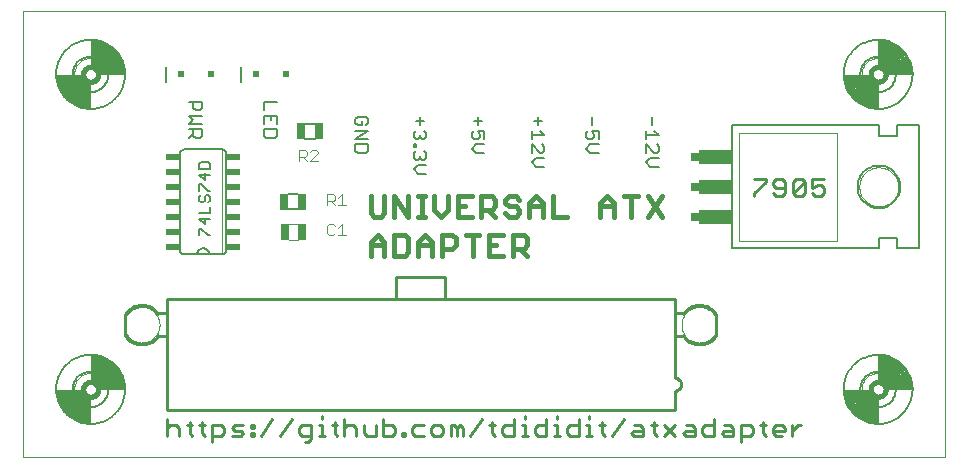
<source format=gto>
G75*
%MOIN*%
%OFA0B0*%
%FSLAX24Y24*%
%IPPOS*%
%LPD*%
%AMOC8*
5,1,8,0,0,1.08239X$1,22.5*
%
%ADD10C,0.0000*%
%ADD11C,0.0110*%
%ADD12C,0.0170*%
%ADD13C,0.0060*%
%ADD14C,0.0020*%
%ADD15R,0.0450X0.0200*%
%ADD16R,0.0250X0.0300*%
%ADD17R,0.1100X0.0500*%
%ADD18C,0.0090*%
%ADD19C,0.0180*%
%ADD20C,0.0080*%
%ADD21C,0.0100*%
%ADD22R,0.0200X0.0200*%
%ADD23C,0.0040*%
%ADD24R,0.0295X0.0571*%
%ADD25R,0.0256X0.0551*%
D10*
X000180Y000180D02*
X000180Y015050D01*
X030922Y015050D01*
X030922Y000180D01*
X000180Y000180D01*
X001879Y002430D02*
X001881Y002477D01*
X001887Y002523D01*
X001897Y002569D01*
X001910Y002614D01*
X001928Y002657D01*
X001949Y002699D01*
X001973Y002739D01*
X002001Y002776D01*
X002032Y002811D01*
X002066Y002844D01*
X002102Y002873D01*
X002141Y002899D01*
X002182Y002922D01*
X002225Y002941D01*
X002269Y002957D01*
X002314Y002969D01*
X002360Y002977D01*
X002407Y002981D01*
X002453Y002981D01*
X002500Y002977D01*
X002546Y002969D01*
X002591Y002957D01*
X002635Y002941D01*
X002678Y002922D01*
X002719Y002899D01*
X002758Y002873D01*
X002794Y002844D01*
X002828Y002811D01*
X002859Y002776D01*
X002887Y002739D01*
X002911Y002699D01*
X002932Y002657D01*
X002950Y002614D01*
X002963Y002569D01*
X002973Y002523D01*
X002979Y002477D01*
X002981Y002430D01*
X002979Y002383D01*
X002973Y002337D01*
X002963Y002291D01*
X002950Y002246D01*
X002932Y002203D01*
X002911Y002161D01*
X002887Y002121D01*
X002859Y002084D01*
X002828Y002049D01*
X002794Y002016D01*
X002758Y001987D01*
X002719Y001961D01*
X002678Y001938D01*
X002635Y001919D01*
X002591Y001903D01*
X002546Y001891D01*
X002500Y001883D01*
X002453Y001879D01*
X002407Y001879D01*
X002360Y001883D01*
X002314Y001891D01*
X002269Y001903D01*
X002225Y001919D01*
X002182Y001938D01*
X002141Y001961D01*
X002102Y001987D01*
X002066Y002016D01*
X002032Y002049D01*
X002001Y002084D01*
X001973Y002121D01*
X001949Y002161D01*
X001928Y002203D01*
X001910Y002246D01*
X001897Y002291D01*
X001887Y002337D01*
X001881Y002383D01*
X001879Y002430D01*
X003548Y004582D02*
X003550Y004630D01*
X003556Y004678D01*
X003566Y004725D01*
X003579Y004771D01*
X003597Y004816D01*
X003617Y004860D01*
X003642Y004902D01*
X003670Y004941D01*
X003700Y004978D01*
X003734Y005012D01*
X003771Y005044D01*
X003809Y005073D01*
X003850Y005098D01*
X003893Y005120D01*
X003938Y005138D01*
X003984Y005152D01*
X004031Y005163D01*
X004079Y005170D01*
X004127Y005173D01*
X004175Y005172D01*
X004223Y005167D01*
X004271Y005158D01*
X004317Y005146D01*
X004362Y005129D01*
X004406Y005109D01*
X004448Y005086D01*
X004488Y005059D01*
X004526Y005029D01*
X004561Y004996D01*
X004593Y004960D01*
X004623Y004922D01*
X004649Y004881D01*
X004671Y004838D01*
X004691Y004794D01*
X004706Y004749D01*
X004718Y004702D01*
X004726Y004654D01*
X004730Y004606D01*
X004730Y004558D01*
X004726Y004510D01*
X004718Y004462D01*
X004706Y004415D01*
X004691Y004370D01*
X004671Y004326D01*
X004649Y004283D01*
X004623Y004242D01*
X004593Y004204D01*
X004561Y004168D01*
X004526Y004135D01*
X004488Y004105D01*
X004448Y004078D01*
X004406Y004055D01*
X004362Y004035D01*
X004317Y004018D01*
X004271Y004006D01*
X004223Y003997D01*
X004175Y003992D01*
X004127Y003991D01*
X004079Y003994D01*
X004031Y004001D01*
X003984Y004012D01*
X003938Y004026D01*
X003893Y004044D01*
X003850Y004066D01*
X003809Y004091D01*
X003771Y004120D01*
X003734Y004152D01*
X003700Y004186D01*
X003670Y004223D01*
X003642Y004262D01*
X003617Y004304D01*
X003597Y004348D01*
X003579Y004393D01*
X003566Y004439D01*
X003556Y004486D01*
X003550Y004534D01*
X003548Y004582D01*
X001879Y012930D02*
X001881Y012977D01*
X001887Y013023D01*
X001897Y013069D01*
X001910Y013114D01*
X001928Y013157D01*
X001949Y013199D01*
X001973Y013239D01*
X002001Y013276D01*
X002032Y013311D01*
X002066Y013344D01*
X002102Y013373D01*
X002141Y013399D01*
X002182Y013422D01*
X002225Y013441D01*
X002269Y013457D01*
X002314Y013469D01*
X002360Y013477D01*
X002407Y013481D01*
X002453Y013481D01*
X002500Y013477D01*
X002546Y013469D01*
X002591Y013457D01*
X002635Y013441D01*
X002678Y013422D01*
X002719Y013399D01*
X002758Y013373D01*
X002794Y013344D01*
X002828Y013311D01*
X002859Y013276D01*
X002887Y013239D01*
X002911Y013199D01*
X002932Y013157D01*
X002950Y013114D01*
X002963Y013069D01*
X002973Y013023D01*
X002979Y012977D01*
X002981Y012930D01*
X002979Y012883D01*
X002973Y012837D01*
X002963Y012791D01*
X002950Y012746D01*
X002932Y012703D01*
X002911Y012661D01*
X002887Y012621D01*
X002859Y012584D01*
X002828Y012549D01*
X002794Y012516D01*
X002758Y012487D01*
X002719Y012461D01*
X002678Y012438D01*
X002635Y012419D01*
X002591Y012403D01*
X002546Y012391D01*
X002500Y012383D01*
X002453Y012379D01*
X002407Y012379D01*
X002360Y012383D01*
X002314Y012391D01*
X002269Y012403D01*
X002225Y012419D01*
X002182Y012438D01*
X002141Y012461D01*
X002102Y012487D01*
X002066Y012516D01*
X002032Y012549D01*
X002001Y012584D01*
X001973Y012621D01*
X001949Y012661D01*
X001928Y012703D01*
X001910Y012746D01*
X001897Y012791D01*
X001887Y012837D01*
X001881Y012883D01*
X001879Y012930D01*
X022130Y004582D02*
X022132Y004630D01*
X022138Y004678D01*
X022148Y004725D01*
X022161Y004771D01*
X022179Y004816D01*
X022199Y004860D01*
X022224Y004902D01*
X022252Y004941D01*
X022282Y004978D01*
X022316Y005012D01*
X022353Y005044D01*
X022391Y005073D01*
X022432Y005098D01*
X022475Y005120D01*
X022520Y005138D01*
X022566Y005152D01*
X022613Y005163D01*
X022661Y005170D01*
X022709Y005173D01*
X022757Y005172D01*
X022805Y005167D01*
X022853Y005158D01*
X022899Y005146D01*
X022944Y005129D01*
X022988Y005109D01*
X023030Y005086D01*
X023070Y005059D01*
X023108Y005029D01*
X023143Y004996D01*
X023175Y004960D01*
X023205Y004922D01*
X023231Y004881D01*
X023253Y004838D01*
X023273Y004794D01*
X023288Y004749D01*
X023300Y004702D01*
X023308Y004654D01*
X023312Y004606D01*
X023312Y004558D01*
X023308Y004510D01*
X023300Y004462D01*
X023288Y004415D01*
X023273Y004370D01*
X023253Y004326D01*
X023231Y004283D01*
X023205Y004242D01*
X023175Y004204D01*
X023143Y004168D01*
X023108Y004135D01*
X023070Y004105D01*
X023030Y004078D01*
X022988Y004055D01*
X022944Y004035D01*
X022899Y004018D01*
X022853Y004006D01*
X022805Y003997D01*
X022757Y003992D01*
X022709Y003991D01*
X022661Y003994D01*
X022613Y004001D01*
X022566Y004012D01*
X022520Y004026D01*
X022475Y004044D01*
X022432Y004066D01*
X022391Y004091D01*
X022353Y004120D01*
X022316Y004152D01*
X022282Y004186D01*
X022252Y004223D01*
X022224Y004262D01*
X022199Y004304D01*
X022179Y004348D01*
X022161Y004393D01*
X022148Y004439D01*
X022138Y004486D01*
X022132Y004534D01*
X022130Y004582D01*
X028129Y002430D02*
X028131Y002477D01*
X028137Y002523D01*
X028147Y002569D01*
X028160Y002614D01*
X028178Y002657D01*
X028199Y002699D01*
X028223Y002739D01*
X028251Y002776D01*
X028282Y002811D01*
X028316Y002844D01*
X028352Y002873D01*
X028391Y002899D01*
X028432Y002922D01*
X028475Y002941D01*
X028519Y002957D01*
X028564Y002969D01*
X028610Y002977D01*
X028657Y002981D01*
X028703Y002981D01*
X028750Y002977D01*
X028796Y002969D01*
X028841Y002957D01*
X028885Y002941D01*
X028928Y002922D01*
X028969Y002899D01*
X029008Y002873D01*
X029044Y002844D01*
X029078Y002811D01*
X029109Y002776D01*
X029137Y002739D01*
X029161Y002699D01*
X029182Y002657D01*
X029200Y002614D01*
X029213Y002569D01*
X029223Y002523D01*
X029229Y002477D01*
X029231Y002430D01*
X029229Y002383D01*
X029223Y002337D01*
X029213Y002291D01*
X029200Y002246D01*
X029182Y002203D01*
X029161Y002161D01*
X029137Y002121D01*
X029109Y002084D01*
X029078Y002049D01*
X029044Y002016D01*
X029008Y001987D01*
X028969Y001961D01*
X028928Y001938D01*
X028885Y001919D01*
X028841Y001903D01*
X028796Y001891D01*
X028750Y001883D01*
X028703Y001879D01*
X028657Y001879D01*
X028610Y001883D01*
X028564Y001891D01*
X028519Y001903D01*
X028475Y001919D01*
X028432Y001938D01*
X028391Y001961D01*
X028352Y001987D01*
X028316Y002016D01*
X028282Y002049D01*
X028251Y002084D01*
X028223Y002121D01*
X028199Y002161D01*
X028178Y002203D01*
X028160Y002246D01*
X028147Y002291D01*
X028137Y002337D01*
X028131Y002383D01*
X028129Y002430D01*
X028055Y009180D02*
X028057Y009230D01*
X028063Y009280D01*
X028073Y009330D01*
X028086Y009378D01*
X028103Y009426D01*
X028124Y009472D01*
X028148Y009516D01*
X028176Y009558D01*
X028207Y009598D01*
X028241Y009635D01*
X028278Y009670D01*
X028317Y009701D01*
X028358Y009730D01*
X028402Y009755D01*
X028448Y009777D01*
X028495Y009795D01*
X028543Y009809D01*
X028592Y009820D01*
X028642Y009827D01*
X028692Y009830D01*
X028743Y009829D01*
X028793Y009824D01*
X028843Y009815D01*
X028891Y009803D01*
X028939Y009786D01*
X028985Y009766D01*
X029030Y009743D01*
X029073Y009716D01*
X029113Y009686D01*
X029151Y009653D01*
X029186Y009617D01*
X029219Y009578D01*
X029248Y009537D01*
X029274Y009494D01*
X029297Y009449D01*
X029316Y009402D01*
X029331Y009354D01*
X029343Y009305D01*
X029351Y009255D01*
X029355Y009205D01*
X029355Y009155D01*
X029351Y009105D01*
X029343Y009055D01*
X029331Y009006D01*
X029316Y008958D01*
X029297Y008911D01*
X029274Y008866D01*
X029248Y008823D01*
X029219Y008782D01*
X029186Y008743D01*
X029151Y008707D01*
X029113Y008674D01*
X029073Y008644D01*
X029030Y008617D01*
X028985Y008594D01*
X028939Y008574D01*
X028891Y008557D01*
X028843Y008545D01*
X028793Y008536D01*
X028743Y008531D01*
X028692Y008530D01*
X028642Y008533D01*
X028592Y008540D01*
X028543Y008551D01*
X028495Y008565D01*
X028448Y008583D01*
X028402Y008605D01*
X028358Y008630D01*
X028317Y008659D01*
X028278Y008690D01*
X028241Y008725D01*
X028207Y008762D01*
X028176Y008802D01*
X028148Y008844D01*
X028124Y008888D01*
X028103Y008934D01*
X028086Y008982D01*
X028073Y009030D01*
X028063Y009080D01*
X028057Y009130D01*
X028055Y009180D01*
X028129Y012930D02*
X028131Y012977D01*
X028137Y013023D01*
X028147Y013069D01*
X028160Y013114D01*
X028178Y013157D01*
X028199Y013199D01*
X028223Y013239D01*
X028251Y013276D01*
X028282Y013311D01*
X028316Y013344D01*
X028352Y013373D01*
X028391Y013399D01*
X028432Y013422D01*
X028475Y013441D01*
X028519Y013457D01*
X028564Y013469D01*
X028610Y013477D01*
X028657Y013481D01*
X028703Y013481D01*
X028750Y013477D01*
X028796Y013469D01*
X028841Y013457D01*
X028885Y013441D01*
X028928Y013422D01*
X028969Y013399D01*
X029008Y013373D01*
X029044Y013344D01*
X029078Y013311D01*
X029109Y013276D01*
X029137Y013239D01*
X029161Y013199D01*
X029182Y013157D01*
X029200Y013114D01*
X029213Y013069D01*
X029223Y013023D01*
X029229Y012977D01*
X029231Y012930D01*
X029229Y012883D01*
X029223Y012837D01*
X029213Y012791D01*
X029200Y012746D01*
X029182Y012703D01*
X029161Y012661D01*
X029137Y012621D01*
X029109Y012584D01*
X029078Y012549D01*
X029044Y012516D01*
X029008Y012487D01*
X028969Y012461D01*
X028928Y012438D01*
X028885Y012419D01*
X028841Y012403D01*
X028796Y012391D01*
X028750Y012383D01*
X028703Y012379D01*
X028657Y012379D01*
X028610Y012383D01*
X028564Y012391D01*
X028519Y012403D01*
X028475Y012419D01*
X028432Y012438D01*
X028391Y012461D01*
X028352Y012487D01*
X028316Y012516D01*
X028282Y012549D01*
X028251Y012584D01*
X028223Y012621D01*
X028199Y012661D01*
X028178Y012703D01*
X028160Y012746D01*
X028147Y012791D01*
X028137Y012837D01*
X028131Y012883D01*
X028129Y012930D01*
D11*
X026875Y009451D02*
X026481Y009451D01*
X026481Y009155D01*
X026678Y009254D01*
X026776Y009254D01*
X026875Y009155D01*
X026875Y008958D01*
X026776Y008860D01*
X026580Y008860D01*
X026481Y008958D01*
X026230Y008958D02*
X026132Y008860D01*
X025935Y008860D01*
X025837Y008958D01*
X026230Y009352D01*
X026230Y008958D01*
X025837Y008958D02*
X025837Y009352D01*
X025935Y009451D01*
X026132Y009451D01*
X026230Y009352D01*
X025586Y009352D02*
X025487Y009451D01*
X025290Y009451D01*
X025192Y009352D01*
X025192Y009254D01*
X025290Y009155D01*
X025586Y009155D01*
X025586Y008958D02*
X025586Y009352D01*
X024941Y009352D02*
X024548Y008958D01*
X024548Y008860D01*
X025192Y008958D02*
X025290Y008860D01*
X025487Y008860D01*
X025586Y008958D01*
X024941Y009352D02*
X024941Y009451D01*
X024548Y009451D01*
X019049Y001549D02*
X019049Y001451D01*
X019049Y001254D02*
X018950Y001254D01*
X019049Y001254D02*
X019049Y000860D01*
X019147Y000860D02*
X018950Y000860D01*
X018699Y000860D02*
X018404Y000860D01*
X018306Y000958D01*
X018306Y001155D01*
X018404Y001254D01*
X018699Y001254D01*
X018699Y001451D02*
X018699Y000860D01*
X018073Y000860D02*
X017876Y000860D01*
X017974Y000860D02*
X017974Y001254D01*
X017876Y001254D01*
X017974Y001451D02*
X017974Y001549D01*
X017625Y001451D02*
X017625Y000860D01*
X017330Y000860D01*
X017231Y000958D01*
X017231Y001155D01*
X017330Y001254D01*
X017625Y001254D01*
X016900Y001254D02*
X016900Y000860D01*
X016802Y000860D02*
X016999Y000860D01*
X016551Y000860D02*
X016256Y000860D01*
X016157Y000958D01*
X016157Y001155D01*
X016256Y001254D01*
X016551Y001254D01*
X016551Y001451D02*
X016551Y000860D01*
X015924Y000860D02*
X015826Y000958D01*
X015826Y001352D01*
X015924Y001254D02*
X015727Y001254D01*
X015477Y001451D02*
X015083Y000860D01*
X014832Y000860D02*
X014832Y001155D01*
X014734Y001254D01*
X014635Y001155D01*
X014635Y000860D01*
X014438Y000860D02*
X014438Y001254D01*
X014537Y001254D01*
X014635Y001155D01*
X014188Y001155D02*
X014188Y000958D01*
X014089Y000860D01*
X013892Y000860D01*
X013794Y000958D01*
X013794Y001155D01*
X013892Y001254D01*
X014089Y001254D01*
X014188Y001155D01*
X013543Y001254D02*
X013248Y001254D01*
X013149Y001155D01*
X013149Y000958D01*
X013248Y000860D01*
X013543Y000860D01*
X012925Y000860D02*
X012827Y000860D01*
X012827Y000958D01*
X012925Y000958D01*
X012925Y000860D01*
X012576Y000958D02*
X012576Y001155D01*
X012478Y001254D01*
X012182Y001254D01*
X012182Y001451D02*
X012182Y000860D01*
X012478Y000860D01*
X012576Y000958D01*
X011932Y000860D02*
X011932Y001254D01*
X011538Y001254D02*
X011538Y000958D01*
X011636Y000860D01*
X011932Y000860D01*
X011287Y000860D02*
X011287Y001155D01*
X011189Y001254D01*
X010992Y001254D01*
X010893Y001155D01*
X010661Y001254D02*
X010464Y001254D01*
X010562Y001352D02*
X010562Y000958D01*
X010661Y000860D01*
X010893Y000860D02*
X010893Y001451D01*
X010132Y001451D02*
X010132Y001549D01*
X010132Y001254D02*
X010132Y000860D01*
X010034Y000860D02*
X010231Y000860D01*
X009783Y000860D02*
X009488Y000860D01*
X009389Y000958D01*
X009389Y001155D01*
X009488Y001254D01*
X009783Y001254D01*
X009783Y000762D01*
X009685Y000663D01*
X009586Y000663D01*
X008745Y000860D02*
X009139Y001451D01*
X008494Y001451D02*
X008100Y000860D01*
X007876Y000860D02*
X007876Y000958D01*
X007778Y000958D01*
X007778Y000860D01*
X007876Y000860D01*
X007527Y000958D02*
X007429Y001057D01*
X007232Y001057D01*
X007133Y001155D01*
X007232Y001254D01*
X007527Y001254D01*
X007778Y001254D02*
X007778Y001155D01*
X007876Y001155D01*
X007876Y001254D01*
X007778Y001254D01*
X007527Y000958D02*
X007429Y000860D01*
X007133Y000860D01*
X006883Y000958D02*
X006784Y000860D01*
X006489Y000860D01*
X006489Y000663D02*
X006489Y001254D01*
X006784Y001254D01*
X006883Y001155D01*
X006883Y000958D01*
X006256Y000860D02*
X006158Y000958D01*
X006158Y001352D01*
X006256Y001254D02*
X006059Y001254D01*
X005826Y001254D02*
X005630Y001254D01*
X005728Y001352D02*
X005728Y000958D01*
X005826Y000860D01*
X005379Y000860D02*
X005379Y001155D01*
X005280Y001254D01*
X005083Y001254D01*
X004985Y001155D01*
X004985Y000860D02*
X004985Y001451D01*
X010034Y001254D02*
X010132Y001254D01*
X016802Y001254D02*
X016900Y001254D01*
X016900Y001451D02*
X016900Y001549D01*
X019380Y001254D02*
X019577Y001254D01*
X019478Y001352D02*
X019478Y000958D01*
X019577Y000860D01*
X019810Y000860D02*
X020203Y001451D01*
X020553Y001254D02*
X020749Y001254D01*
X020848Y001155D01*
X020848Y000860D01*
X020553Y000860D01*
X020454Y000958D01*
X020553Y001057D01*
X020848Y001057D01*
X021197Y000958D02*
X021296Y000860D01*
X021197Y000958D02*
X021197Y001352D01*
X021099Y001254D02*
X021296Y001254D01*
X021528Y001254D02*
X021922Y000860D01*
X022173Y000958D02*
X022271Y001057D01*
X022567Y001057D01*
X022567Y001155D02*
X022567Y000860D01*
X022271Y000860D01*
X022173Y000958D01*
X022468Y001254D02*
X022567Y001155D01*
X022468Y001254D02*
X022271Y001254D01*
X021922Y001254D02*
X021528Y000860D01*
X022818Y000958D02*
X022916Y000860D01*
X023211Y000860D01*
X023211Y001451D01*
X023211Y001254D02*
X022916Y001254D01*
X022818Y001155D01*
X022818Y000958D01*
X023462Y000958D02*
X023561Y000860D01*
X023856Y000860D01*
X023856Y001155D01*
X023757Y001254D01*
X023561Y001254D01*
X023561Y001057D02*
X023856Y001057D01*
X023561Y001057D02*
X023462Y000958D01*
X024107Y000860D02*
X024402Y000860D01*
X024500Y000958D01*
X024500Y001155D01*
X024402Y001254D01*
X024107Y001254D01*
X024107Y000663D01*
X024850Y000958D02*
X024948Y000860D01*
X024850Y000958D02*
X024850Y001352D01*
X024948Y001254D02*
X024751Y001254D01*
X025181Y001155D02*
X025279Y001254D01*
X025476Y001254D01*
X025575Y001155D01*
X025575Y001057D01*
X025181Y001057D01*
X025181Y001155D02*
X025181Y000958D01*
X025279Y000860D01*
X025476Y000860D01*
X025825Y000860D02*
X025825Y001254D01*
X025825Y001057D02*
X026022Y001254D01*
X026121Y001254D01*
D12*
X016977Y006890D02*
X016746Y007120D01*
X016862Y007120D02*
X016516Y007120D01*
X016516Y006890D02*
X016516Y007581D01*
X016862Y007581D01*
X016977Y007465D01*
X016977Y007235D01*
X016862Y007120D01*
X016185Y006890D02*
X015724Y006890D01*
X015724Y007581D01*
X016185Y007581D01*
X015955Y007235D02*
X015724Y007235D01*
X015393Y007581D02*
X014933Y007581D01*
X015163Y007581D02*
X015163Y006890D01*
X014601Y007235D02*
X014486Y007120D01*
X014141Y007120D01*
X014141Y006890D02*
X014141Y007581D01*
X014486Y007581D01*
X014601Y007465D01*
X014601Y007235D01*
X013809Y007235D02*
X013349Y007235D01*
X013349Y007350D02*
X013579Y007581D01*
X013809Y007350D01*
X013809Y006890D01*
X013349Y006890D02*
X013349Y007350D01*
X013017Y007465D02*
X012902Y007581D01*
X012557Y007581D01*
X012557Y006890D01*
X012902Y006890D01*
X013017Y007005D01*
X013017Y007465D01*
X012225Y007350D02*
X012225Y006890D01*
X012225Y007235D02*
X011765Y007235D01*
X011765Y007350D02*
X011995Y007581D01*
X012225Y007350D01*
X011765Y007350D02*
X011765Y006890D01*
X011880Y008180D02*
X012110Y008180D01*
X012225Y008295D01*
X012225Y008871D01*
X012557Y008871D02*
X013017Y008180D01*
X013017Y008871D01*
X013349Y008871D02*
X013579Y008871D01*
X013464Y008871D02*
X013464Y008180D01*
X013349Y008180D02*
X013579Y008180D01*
X013877Y008410D02*
X014107Y008180D01*
X014337Y008410D01*
X014337Y008871D01*
X014669Y008871D02*
X014669Y008180D01*
X015129Y008180D01*
X015460Y008180D02*
X015460Y008871D01*
X015806Y008871D01*
X015921Y008755D01*
X015921Y008525D01*
X015806Y008410D01*
X015460Y008410D01*
X015691Y008410D02*
X015921Y008180D01*
X016252Y008295D02*
X016367Y008180D01*
X016598Y008180D01*
X016713Y008295D01*
X016713Y008410D01*
X016598Y008525D01*
X016367Y008525D01*
X016252Y008640D01*
X016252Y008755D01*
X016367Y008871D01*
X016598Y008871D01*
X016713Y008755D01*
X017044Y008640D02*
X017274Y008871D01*
X017505Y008640D01*
X017505Y008180D01*
X017836Y008180D02*
X018296Y008180D01*
X017836Y008180D02*
X017836Y008871D01*
X017505Y008525D02*
X017044Y008525D01*
X017044Y008640D02*
X017044Y008180D01*
X015129Y008871D02*
X014669Y008871D01*
X014669Y008525D02*
X014899Y008525D01*
X013877Y008410D02*
X013877Y008871D01*
X012557Y008871D02*
X012557Y008180D01*
X011880Y008180D02*
X011765Y008295D01*
X011765Y008871D01*
X019420Y008640D02*
X019420Y008180D01*
X019880Y008180D02*
X019880Y008640D01*
X019650Y008871D01*
X019420Y008640D01*
X019420Y008525D02*
X019880Y008525D01*
X020442Y008180D02*
X020442Y008871D01*
X020212Y008871D02*
X020672Y008871D01*
X021004Y008871D02*
X021464Y008180D01*
X021004Y008180D02*
X021464Y008871D01*
D13*
X023805Y007130D02*
X028705Y007130D01*
X028705Y007480D01*
X029305Y007480D01*
X029305Y007130D01*
X030055Y007130D01*
X030055Y011230D01*
X029305Y011230D01*
X029305Y010880D01*
X028705Y010880D01*
X028705Y011230D01*
X023805Y011230D01*
X023805Y007130D01*
X027995Y009180D02*
X027997Y009233D01*
X028003Y009286D01*
X028013Y009338D01*
X028027Y009389D01*
X028044Y009439D01*
X028065Y009488D01*
X028090Y009535D01*
X028118Y009580D01*
X028150Y009623D01*
X028185Y009663D01*
X028222Y009700D01*
X028262Y009735D01*
X028305Y009767D01*
X028350Y009795D01*
X028397Y009820D01*
X028446Y009841D01*
X028496Y009858D01*
X028547Y009872D01*
X028599Y009882D01*
X028652Y009888D01*
X028705Y009890D01*
X028758Y009888D01*
X028811Y009882D01*
X028863Y009872D01*
X028914Y009858D01*
X028964Y009841D01*
X029013Y009820D01*
X029060Y009795D01*
X029105Y009767D01*
X029148Y009735D01*
X029188Y009700D01*
X029225Y009663D01*
X029260Y009623D01*
X029292Y009580D01*
X029320Y009535D01*
X029345Y009488D01*
X029366Y009439D01*
X029383Y009389D01*
X029397Y009338D01*
X029407Y009286D01*
X029413Y009233D01*
X029415Y009180D01*
X029413Y009127D01*
X029407Y009074D01*
X029397Y009022D01*
X029383Y008971D01*
X029366Y008921D01*
X029345Y008872D01*
X029320Y008825D01*
X029292Y008780D01*
X029260Y008737D01*
X029225Y008697D01*
X029188Y008660D01*
X029148Y008625D01*
X029105Y008593D01*
X029060Y008565D01*
X029013Y008540D01*
X028964Y008519D01*
X028914Y008502D01*
X028863Y008488D01*
X028811Y008478D01*
X028758Y008472D01*
X028705Y008470D01*
X028652Y008472D01*
X028599Y008478D01*
X028547Y008488D01*
X028496Y008502D01*
X028446Y008519D01*
X028397Y008540D01*
X028350Y008565D01*
X028305Y008593D01*
X028262Y008625D01*
X028222Y008660D01*
X028185Y008697D01*
X028150Y008737D01*
X028118Y008780D01*
X028090Y008825D01*
X028065Y008872D01*
X028044Y008921D01*
X028027Y008971D01*
X028013Y009022D01*
X028003Y009074D01*
X027997Y009127D01*
X027995Y009180D01*
X027530Y012930D02*
X027532Y012997D01*
X027538Y013065D01*
X027548Y013132D01*
X027562Y013198D01*
X027579Y013263D01*
X027601Y013327D01*
X027626Y013390D01*
X027655Y013451D01*
X027687Y013510D01*
X027723Y013567D01*
X027762Y013622D01*
X027804Y013675D01*
X027849Y013725D01*
X027897Y013772D01*
X027948Y013817D01*
X028001Y013858D01*
X028057Y013897D01*
X028115Y013932D01*
X028175Y013963D01*
X028236Y013991D01*
X028299Y014015D01*
X028363Y014036D01*
X028429Y014052D01*
X028495Y014065D01*
X028562Y014074D01*
X028629Y014079D01*
X028697Y014080D01*
X028764Y014077D01*
X028831Y014070D01*
X028898Y014059D01*
X028964Y014044D01*
X029029Y014026D01*
X029093Y014003D01*
X029155Y013977D01*
X029216Y013948D01*
X029274Y013914D01*
X029331Y013878D01*
X029386Y013838D01*
X029438Y013795D01*
X029487Y013749D01*
X029534Y013700D01*
X029578Y013649D01*
X029618Y013595D01*
X029656Y013539D01*
X029690Y013480D01*
X029720Y013420D01*
X029747Y013358D01*
X029771Y013295D01*
X029790Y013230D01*
X029806Y013165D01*
X029818Y013098D01*
X029826Y013031D01*
X029830Y012964D01*
X029830Y012896D01*
X029826Y012829D01*
X029818Y012762D01*
X029806Y012695D01*
X029790Y012630D01*
X029771Y012565D01*
X029747Y012502D01*
X029720Y012440D01*
X029690Y012380D01*
X029656Y012321D01*
X029618Y012265D01*
X029578Y012211D01*
X029534Y012160D01*
X029487Y012111D01*
X029438Y012065D01*
X029386Y012022D01*
X029331Y011982D01*
X029274Y011946D01*
X029216Y011912D01*
X029155Y011883D01*
X029093Y011857D01*
X029029Y011834D01*
X028964Y011816D01*
X028898Y011801D01*
X028831Y011790D01*
X028764Y011783D01*
X028697Y011780D01*
X028629Y011781D01*
X028562Y011786D01*
X028495Y011795D01*
X028429Y011808D01*
X028363Y011824D01*
X028299Y011845D01*
X028236Y011869D01*
X028175Y011897D01*
X028115Y011928D01*
X028057Y011963D01*
X028001Y012002D01*
X027948Y012043D01*
X027897Y012088D01*
X027849Y012135D01*
X027804Y012185D01*
X027762Y012238D01*
X027723Y012293D01*
X027687Y012350D01*
X027655Y012409D01*
X027626Y012470D01*
X027601Y012533D01*
X027579Y012597D01*
X027562Y012662D01*
X027548Y012728D01*
X027538Y012795D01*
X027532Y012863D01*
X027530Y012930D01*
X009906Y011283D02*
X009584Y011283D01*
X009584Y010783D02*
X009906Y010783D01*
X006950Y010280D02*
X006950Y007080D01*
X006948Y007057D01*
X006943Y007034D01*
X006934Y007012D01*
X006921Y006992D01*
X006906Y006974D01*
X006888Y006959D01*
X006868Y006946D01*
X006846Y006937D01*
X006823Y006932D01*
X006800Y006930D01*
X006380Y006930D01*
X005980Y006930D01*
X005560Y006930D01*
X005537Y006932D01*
X005514Y006937D01*
X005492Y006946D01*
X005472Y006959D01*
X005454Y006974D01*
X005439Y006992D01*
X005426Y007012D01*
X005417Y007034D01*
X005412Y007057D01*
X005410Y007080D01*
X005410Y010280D01*
X005412Y010303D01*
X005417Y010326D01*
X005426Y010348D01*
X005439Y010368D01*
X005454Y010386D01*
X005472Y010401D01*
X005492Y010414D01*
X005514Y010423D01*
X005537Y010428D01*
X005560Y010430D01*
X006800Y010430D01*
X006823Y010428D01*
X006846Y010423D01*
X006868Y010414D01*
X006888Y010401D01*
X006906Y010386D01*
X006921Y010368D01*
X006934Y010348D01*
X006943Y010326D01*
X006948Y010303D01*
X006950Y010280D01*
X006400Y009940D02*
X006343Y009997D01*
X006116Y009997D01*
X006060Y009940D01*
X006060Y009770D01*
X006400Y009770D01*
X006400Y009940D01*
X006230Y009628D02*
X006230Y009402D01*
X006060Y009572D01*
X006400Y009572D01*
X006116Y009260D02*
X006343Y009033D01*
X006400Y009033D01*
X006343Y008892D02*
X006400Y008835D01*
X006400Y008722D01*
X006343Y008665D01*
X006230Y008722D02*
X006230Y008835D01*
X006287Y008892D01*
X006343Y008892D01*
X006230Y008722D02*
X006173Y008665D01*
X006116Y008665D01*
X006060Y008722D01*
X006060Y008835D01*
X006116Y008892D01*
X006060Y009033D02*
X006060Y009260D01*
X006116Y009260D01*
X006400Y008523D02*
X006400Y008297D01*
X006060Y008297D01*
X006060Y008098D02*
X006230Y007928D01*
X006230Y008155D01*
X006400Y008098D02*
X006060Y008098D01*
X006060Y007787D02*
X006116Y007787D01*
X006343Y007560D01*
X006400Y007560D01*
X006060Y007560D02*
X006060Y007787D01*
X005980Y006930D02*
X005982Y006957D01*
X005987Y006984D01*
X005997Y007010D01*
X006009Y007034D01*
X006025Y007056D01*
X006043Y007076D01*
X006065Y007093D01*
X006088Y007108D01*
X006113Y007118D01*
X006139Y007126D01*
X006166Y007130D01*
X006194Y007130D01*
X006221Y007126D01*
X006247Y007118D01*
X006272Y007108D01*
X006295Y007093D01*
X006317Y007076D01*
X006335Y007056D01*
X006351Y007034D01*
X006363Y007010D01*
X006373Y006984D01*
X006378Y006957D01*
X006380Y006930D01*
X009019Y008430D02*
X009341Y008430D01*
X009341Y008930D02*
X009019Y008930D01*
X001280Y012930D02*
X001282Y012997D01*
X001288Y013065D01*
X001298Y013132D01*
X001312Y013198D01*
X001329Y013263D01*
X001351Y013327D01*
X001376Y013390D01*
X001405Y013451D01*
X001437Y013510D01*
X001473Y013567D01*
X001512Y013622D01*
X001554Y013675D01*
X001599Y013725D01*
X001647Y013772D01*
X001698Y013817D01*
X001751Y013858D01*
X001807Y013897D01*
X001865Y013932D01*
X001925Y013963D01*
X001986Y013991D01*
X002049Y014015D01*
X002113Y014036D01*
X002179Y014052D01*
X002245Y014065D01*
X002312Y014074D01*
X002379Y014079D01*
X002447Y014080D01*
X002514Y014077D01*
X002581Y014070D01*
X002648Y014059D01*
X002714Y014044D01*
X002779Y014026D01*
X002843Y014003D01*
X002905Y013977D01*
X002966Y013948D01*
X003024Y013914D01*
X003081Y013878D01*
X003136Y013838D01*
X003188Y013795D01*
X003237Y013749D01*
X003284Y013700D01*
X003328Y013649D01*
X003368Y013595D01*
X003406Y013539D01*
X003440Y013480D01*
X003470Y013420D01*
X003497Y013358D01*
X003521Y013295D01*
X003540Y013230D01*
X003556Y013165D01*
X003568Y013098D01*
X003576Y013031D01*
X003580Y012964D01*
X003580Y012896D01*
X003576Y012829D01*
X003568Y012762D01*
X003556Y012695D01*
X003540Y012630D01*
X003521Y012565D01*
X003497Y012502D01*
X003470Y012440D01*
X003440Y012380D01*
X003406Y012321D01*
X003368Y012265D01*
X003328Y012211D01*
X003284Y012160D01*
X003237Y012111D01*
X003188Y012065D01*
X003136Y012022D01*
X003081Y011982D01*
X003024Y011946D01*
X002966Y011912D01*
X002905Y011883D01*
X002843Y011857D01*
X002779Y011834D01*
X002714Y011816D01*
X002648Y011801D01*
X002581Y011790D01*
X002514Y011783D01*
X002447Y011780D01*
X002379Y011781D01*
X002312Y011786D01*
X002245Y011795D01*
X002179Y011808D01*
X002113Y011824D01*
X002049Y011845D01*
X001986Y011869D01*
X001925Y011897D01*
X001865Y011928D01*
X001807Y011963D01*
X001751Y012002D01*
X001698Y012043D01*
X001647Y012088D01*
X001599Y012135D01*
X001554Y012185D01*
X001512Y012238D01*
X001473Y012293D01*
X001437Y012350D01*
X001405Y012409D01*
X001376Y012470D01*
X001351Y012533D01*
X001329Y012597D01*
X001312Y012662D01*
X001298Y012728D01*
X001288Y012795D01*
X001282Y012863D01*
X001280Y012930D01*
X001280Y002430D02*
X001282Y002497D01*
X001288Y002565D01*
X001298Y002632D01*
X001312Y002698D01*
X001329Y002763D01*
X001351Y002827D01*
X001376Y002890D01*
X001405Y002951D01*
X001437Y003010D01*
X001473Y003067D01*
X001512Y003122D01*
X001554Y003175D01*
X001599Y003225D01*
X001647Y003272D01*
X001698Y003317D01*
X001751Y003358D01*
X001807Y003397D01*
X001865Y003432D01*
X001925Y003463D01*
X001986Y003491D01*
X002049Y003515D01*
X002113Y003536D01*
X002179Y003552D01*
X002245Y003565D01*
X002312Y003574D01*
X002379Y003579D01*
X002447Y003580D01*
X002514Y003577D01*
X002581Y003570D01*
X002648Y003559D01*
X002714Y003544D01*
X002779Y003526D01*
X002843Y003503D01*
X002905Y003477D01*
X002966Y003448D01*
X003024Y003414D01*
X003081Y003378D01*
X003136Y003338D01*
X003188Y003295D01*
X003237Y003249D01*
X003284Y003200D01*
X003328Y003149D01*
X003368Y003095D01*
X003406Y003039D01*
X003440Y002980D01*
X003470Y002920D01*
X003497Y002858D01*
X003521Y002795D01*
X003540Y002730D01*
X003556Y002665D01*
X003568Y002598D01*
X003576Y002531D01*
X003580Y002464D01*
X003580Y002396D01*
X003576Y002329D01*
X003568Y002262D01*
X003556Y002195D01*
X003540Y002130D01*
X003521Y002065D01*
X003497Y002002D01*
X003470Y001940D01*
X003440Y001880D01*
X003406Y001821D01*
X003368Y001765D01*
X003328Y001711D01*
X003284Y001660D01*
X003237Y001611D01*
X003188Y001565D01*
X003136Y001522D01*
X003081Y001482D01*
X003024Y001446D01*
X002966Y001412D01*
X002905Y001383D01*
X002843Y001357D01*
X002779Y001334D01*
X002714Y001316D01*
X002648Y001301D01*
X002581Y001290D01*
X002514Y001283D01*
X002447Y001280D01*
X002379Y001281D01*
X002312Y001286D01*
X002245Y001295D01*
X002179Y001308D01*
X002113Y001324D01*
X002049Y001345D01*
X001986Y001369D01*
X001925Y001397D01*
X001865Y001428D01*
X001807Y001463D01*
X001751Y001502D01*
X001698Y001543D01*
X001647Y001588D01*
X001599Y001635D01*
X001554Y001685D01*
X001512Y001738D01*
X001473Y001793D01*
X001437Y001850D01*
X001405Y001909D01*
X001376Y001970D01*
X001351Y002033D01*
X001329Y002097D01*
X001312Y002162D01*
X001298Y002228D01*
X001288Y002295D01*
X001282Y002363D01*
X001280Y002430D01*
X027530Y002430D02*
X027532Y002497D01*
X027538Y002565D01*
X027548Y002632D01*
X027562Y002698D01*
X027579Y002763D01*
X027601Y002827D01*
X027626Y002890D01*
X027655Y002951D01*
X027687Y003010D01*
X027723Y003067D01*
X027762Y003122D01*
X027804Y003175D01*
X027849Y003225D01*
X027897Y003272D01*
X027948Y003317D01*
X028001Y003358D01*
X028057Y003397D01*
X028115Y003432D01*
X028175Y003463D01*
X028236Y003491D01*
X028299Y003515D01*
X028363Y003536D01*
X028429Y003552D01*
X028495Y003565D01*
X028562Y003574D01*
X028629Y003579D01*
X028697Y003580D01*
X028764Y003577D01*
X028831Y003570D01*
X028898Y003559D01*
X028964Y003544D01*
X029029Y003526D01*
X029093Y003503D01*
X029155Y003477D01*
X029216Y003448D01*
X029274Y003414D01*
X029331Y003378D01*
X029386Y003338D01*
X029438Y003295D01*
X029487Y003249D01*
X029534Y003200D01*
X029578Y003149D01*
X029618Y003095D01*
X029656Y003039D01*
X029690Y002980D01*
X029720Y002920D01*
X029747Y002858D01*
X029771Y002795D01*
X029790Y002730D01*
X029806Y002665D01*
X029818Y002598D01*
X029826Y002531D01*
X029830Y002464D01*
X029830Y002396D01*
X029826Y002329D01*
X029818Y002262D01*
X029806Y002195D01*
X029790Y002130D01*
X029771Y002065D01*
X029747Y002002D01*
X029720Y001940D01*
X029690Y001880D01*
X029656Y001821D01*
X029618Y001765D01*
X029578Y001711D01*
X029534Y001660D01*
X029487Y001611D01*
X029438Y001565D01*
X029386Y001522D01*
X029331Y001482D01*
X029274Y001446D01*
X029216Y001412D01*
X029155Y001383D01*
X029093Y001357D01*
X029029Y001334D01*
X028964Y001316D01*
X028898Y001301D01*
X028831Y001290D01*
X028764Y001283D01*
X028697Y001280D01*
X028629Y001281D01*
X028562Y001286D01*
X028495Y001295D01*
X028429Y001308D01*
X028363Y001324D01*
X028299Y001345D01*
X028236Y001369D01*
X028175Y001397D01*
X028115Y001428D01*
X028057Y001463D01*
X028001Y001502D01*
X027948Y001543D01*
X027897Y001588D01*
X027849Y001635D01*
X027804Y001685D01*
X027762Y001738D01*
X027723Y001793D01*
X027687Y001850D01*
X027655Y001909D01*
X027626Y001970D01*
X027601Y002033D01*
X027579Y002097D01*
X027562Y002162D01*
X027548Y002228D01*
X027538Y002295D01*
X027532Y002363D01*
X027530Y002430D01*
D14*
X027305Y007380D02*
X024055Y007380D01*
X024055Y010980D01*
X027305Y010980D01*
X027305Y007380D01*
X006810Y006930D02*
X006810Y010430D01*
D15*
X007175Y010180D03*
X007175Y009680D03*
X007175Y009180D03*
X007175Y008680D03*
X007165Y008180D03*
X007175Y007680D03*
X007175Y007180D03*
X005185Y007180D03*
X005185Y007680D03*
X005185Y008180D03*
X005185Y008680D03*
X005185Y009180D03*
X005185Y009680D03*
X005185Y010180D03*
D16*
X022580Y010180D03*
X022580Y009180D03*
X022580Y008180D03*
D17*
X023255Y008180D03*
X023255Y009180D03*
X023255Y010180D03*
D18*
X029784Y012974D02*
X028971Y012974D01*
X028972Y012975D02*
X028964Y013008D01*
X028954Y013040D01*
X028939Y013071D01*
X028921Y013100D01*
X028900Y013126D01*
X028876Y013150D01*
X028850Y013171D01*
X028821Y013189D01*
X028790Y013204D01*
X028758Y013214D01*
X028725Y013222D01*
X028724Y014034D01*
X028725Y014034D01*
X028791Y014029D01*
X028856Y014021D01*
X028921Y014009D01*
X028984Y013992D01*
X029047Y013972D01*
X029108Y013949D01*
X029168Y013921D01*
X029226Y013890D01*
X029283Y013856D01*
X029337Y013819D01*
X029389Y013778D01*
X029438Y013734D01*
X029484Y013688D01*
X029528Y013639D01*
X029569Y013587D01*
X029606Y013533D01*
X029640Y013476D01*
X029671Y013418D01*
X029699Y013358D01*
X029722Y013297D01*
X029742Y013234D01*
X029759Y013171D01*
X029771Y013106D01*
X029779Y013041D01*
X029784Y012975D01*
X029699Y012975D01*
X029694Y013038D01*
X029686Y013100D01*
X029673Y013162D01*
X029657Y013223D01*
X029637Y013283D01*
X029614Y013341D01*
X029586Y013398D01*
X029556Y013453D01*
X029522Y013506D01*
X029485Y013557D01*
X029444Y013605D01*
X029401Y013651D01*
X029355Y013694D01*
X029307Y013735D01*
X029256Y013772D01*
X029203Y013806D01*
X029148Y013836D01*
X029091Y013864D01*
X029033Y013887D01*
X028973Y013907D01*
X028912Y013923D01*
X028850Y013936D01*
X028788Y013944D01*
X028725Y013949D01*
X028725Y013864D01*
X028785Y013859D01*
X028844Y013850D01*
X028903Y013838D01*
X028960Y013822D01*
X029017Y013802D01*
X029072Y013779D01*
X029126Y013752D01*
X029177Y013722D01*
X029227Y013688D01*
X029275Y013652D01*
X029320Y013612D01*
X029362Y013570D01*
X029402Y013525D01*
X029438Y013477D01*
X029472Y013427D01*
X029502Y013376D01*
X029529Y013322D01*
X029552Y013267D01*
X029572Y013210D01*
X029588Y013153D01*
X029600Y013094D01*
X029609Y013035D01*
X029614Y012975D01*
X029529Y012975D01*
X029524Y013031D01*
X029515Y013087D01*
X029503Y013143D01*
X029487Y013197D01*
X029467Y013250D01*
X029444Y013302D01*
X029418Y013352D01*
X029388Y013400D01*
X029356Y013446D01*
X029320Y013490D01*
X029281Y013531D01*
X029240Y013570D01*
X029196Y013606D01*
X029150Y013638D01*
X029102Y013668D01*
X029052Y013694D01*
X029000Y013717D01*
X028947Y013737D01*
X028893Y013753D01*
X028837Y013765D01*
X028781Y013774D01*
X028725Y013779D01*
X028725Y013694D01*
X028778Y013689D01*
X028830Y013680D01*
X028881Y013668D01*
X028932Y013652D01*
X028981Y013633D01*
X029029Y013611D01*
X029075Y013585D01*
X029120Y013556D01*
X029162Y013524D01*
X029202Y013489D01*
X029239Y013452D01*
X029274Y013412D01*
X029306Y013370D01*
X029335Y013325D01*
X029361Y013279D01*
X029383Y013231D01*
X029402Y013182D01*
X029418Y013131D01*
X029430Y013080D01*
X029439Y013028D01*
X029444Y012975D01*
X029359Y012975D01*
X029353Y013026D01*
X029344Y013077D01*
X029331Y013127D01*
X029314Y013175D01*
X029294Y013223D01*
X029270Y013268D01*
X029243Y013312D01*
X029212Y013353D01*
X029179Y013392D01*
X029142Y013429D01*
X029103Y013462D01*
X029062Y013493D01*
X029018Y013520D01*
X028973Y013544D01*
X028925Y013564D01*
X028877Y013581D01*
X028827Y013594D01*
X028776Y013603D01*
X028725Y013609D01*
X028725Y013523D01*
X028772Y013518D01*
X028818Y013509D01*
X028863Y013496D01*
X028907Y013480D01*
X028949Y013460D01*
X028990Y013438D01*
X029029Y013412D01*
X029066Y013383D01*
X029101Y013351D01*
X029133Y013316D01*
X029162Y013279D01*
X029188Y013240D01*
X029210Y013199D01*
X029230Y013157D01*
X029246Y013113D01*
X029259Y013068D01*
X029268Y013022D01*
X029273Y012975D01*
X029188Y012975D01*
X029182Y013019D01*
X029173Y013062D01*
X029159Y013105D01*
X029142Y013146D01*
X029122Y013185D01*
X029098Y013223D01*
X029071Y013258D01*
X029041Y013291D01*
X029008Y013321D01*
X028973Y013348D01*
X028935Y013372D01*
X028896Y013392D01*
X028855Y013409D01*
X028812Y013423D01*
X028769Y013432D01*
X028725Y013438D01*
X028725Y013353D01*
X028763Y013347D01*
X028800Y013338D01*
X028837Y013325D01*
X028872Y013309D01*
X028905Y013290D01*
X028937Y013268D01*
X028967Y013244D01*
X028994Y013217D01*
X029018Y013187D01*
X029040Y013155D01*
X029059Y013122D01*
X029075Y013087D01*
X029088Y013050D01*
X029097Y013013D01*
X029103Y012975D01*
X029017Y012975D01*
X029011Y013008D01*
X029001Y013041D01*
X028989Y013073D01*
X028973Y013103D01*
X028954Y013132D01*
X028932Y013158D01*
X028908Y013182D01*
X028882Y013204D01*
X028853Y013223D01*
X028823Y013239D01*
X028791Y013251D01*
X028758Y013261D01*
X028725Y013267D01*
X027576Y012886D02*
X028389Y012886D01*
X028388Y012885D02*
X028396Y012852D01*
X028406Y012820D01*
X028421Y012789D01*
X028439Y012760D01*
X028460Y012734D01*
X028484Y012710D01*
X028510Y012689D01*
X028539Y012671D01*
X028570Y012656D01*
X028602Y012646D01*
X028635Y012638D01*
X028636Y011826D01*
X028635Y011826D01*
X028569Y011831D01*
X028504Y011839D01*
X028439Y011851D01*
X028376Y011868D01*
X028313Y011888D01*
X028252Y011911D01*
X028192Y011939D01*
X028134Y011970D01*
X028077Y012004D01*
X028023Y012041D01*
X027971Y012082D01*
X027922Y012126D01*
X027876Y012172D01*
X027832Y012221D01*
X027791Y012273D01*
X027754Y012327D01*
X027720Y012384D01*
X027689Y012442D01*
X027661Y012502D01*
X027638Y012563D01*
X027618Y012626D01*
X027601Y012689D01*
X027589Y012754D01*
X027581Y012819D01*
X027576Y012885D01*
X027661Y012885D01*
X027666Y012822D01*
X027674Y012760D01*
X027687Y012698D01*
X027703Y012637D01*
X027723Y012577D01*
X027746Y012519D01*
X027774Y012462D01*
X027804Y012407D01*
X027838Y012354D01*
X027875Y012303D01*
X027916Y012255D01*
X027959Y012209D01*
X028005Y012166D01*
X028053Y012125D01*
X028104Y012088D01*
X028157Y012054D01*
X028212Y012024D01*
X028269Y011996D01*
X028327Y011973D01*
X028387Y011953D01*
X028448Y011937D01*
X028510Y011924D01*
X028572Y011916D01*
X028635Y011911D01*
X028635Y011996D01*
X028575Y012001D01*
X028516Y012010D01*
X028457Y012022D01*
X028400Y012038D01*
X028343Y012058D01*
X028288Y012081D01*
X028234Y012108D01*
X028183Y012138D01*
X028133Y012172D01*
X028085Y012208D01*
X028040Y012248D01*
X027998Y012290D01*
X027958Y012335D01*
X027922Y012383D01*
X027888Y012433D01*
X027858Y012484D01*
X027831Y012538D01*
X027808Y012593D01*
X027788Y012650D01*
X027772Y012707D01*
X027760Y012766D01*
X027751Y012825D01*
X027746Y012885D01*
X027831Y012885D01*
X027836Y012829D01*
X027845Y012773D01*
X027857Y012717D01*
X027873Y012663D01*
X027893Y012610D01*
X027916Y012558D01*
X027942Y012508D01*
X027972Y012460D01*
X028004Y012414D01*
X028040Y012370D01*
X028079Y012329D01*
X028120Y012290D01*
X028164Y012254D01*
X028210Y012222D01*
X028258Y012192D01*
X028308Y012166D01*
X028360Y012143D01*
X028413Y012123D01*
X028467Y012107D01*
X028523Y012095D01*
X028579Y012086D01*
X028635Y012081D01*
X028635Y012166D01*
X028582Y012171D01*
X028530Y012180D01*
X028479Y012192D01*
X028428Y012208D01*
X028379Y012227D01*
X028331Y012249D01*
X028285Y012275D01*
X028240Y012304D01*
X028198Y012336D01*
X028158Y012371D01*
X028121Y012408D01*
X028086Y012448D01*
X028054Y012490D01*
X028025Y012535D01*
X027999Y012581D01*
X027977Y012629D01*
X027958Y012678D01*
X027942Y012729D01*
X027930Y012780D01*
X027921Y012832D01*
X027916Y012885D01*
X028001Y012885D01*
X028007Y012834D01*
X028016Y012783D01*
X028029Y012733D01*
X028046Y012685D01*
X028066Y012637D01*
X028090Y012592D01*
X028117Y012548D01*
X028148Y012507D01*
X028181Y012468D01*
X028218Y012431D01*
X028257Y012398D01*
X028298Y012367D01*
X028342Y012340D01*
X028387Y012316D01*
X028435Y012296D01*
X028483Y012279D01*
X028533Y012266D01*
X028584Y012257D01*
X028635Y012251D01*
X028635Y012337D01*
X028588Y012342D01*
X028542Y012351D01*
X028497Y012364D01*
X028453Y012380D01*
X028411Y012400D01*
X028370Y012422D01*
X028331Y012448D01*
X028294Y012477D01*
X028259Y012509D01*
X028227Y012544D01*
X028198Y012581D01*
X028172Y012620D01*
X028150Y012661D01*
X028130Y012703D01*
X028114Y012747D01*
X028101Y012792D01*
X028092Y012838D01*
X028087Y012885D01*
X028172Y012885D01*
X028178Y012841D01*
X028187Y012798D01*
X028201Y012755D01*
X028218Y012714D01*
X028238Y012675D01*
X028262Y012637D01*
X028289Y012602D01*
X028319Y012569D01*
X028352Y012539D01*
X028387Y012512D01*
X028425Y012488D01*
X028464Y012468D01*
X028505Y012451D01*
X028548Y012437D01*
X028591Y012428D01*
X028635Y012422D01*
X028635Y012507D01*
X028597Y012513D01*
X028560Y012522D01*
X028523Y012535D01*
X028488Y012551D01*
X028455Y012570D01*
X028423Y012592D01*
X028393Y012616D01*
X028366Y012643D01*
X028342Y012673D01*
X028320Y012705D01*
X028301Y012738D01*
X028285Y012773D01*
X028272Y012810D01*
X028263Y012847D01*
X028257Y012885D01*
X028343Y012885D01*
X028349Y012852D01*
X028359Y012819D01*
X028371Y012787D01*
X028387Y012757D01*
X028406Y012728D01*
X028428Y012702D01*
X028452Y012678D01*
X028478Y012656D01*
X028507Y012637D01*
X028537Y012621D01*
X028569Y012609D01*
X028602Y012599D01*
X028635Y012593D01*
X029784Y002474D02*
X028971Y002474D01*
X028972Y002475D02*
X028964Y002508D01*
X028954Y002540D01*
X028939Y002571D01*
X028921Y002600D01*
X028900Y002626D01*
X028876Y002650D01*
X028850Y002671D01*
X028821Y002689D01*
X028790Y002704D01*
X028758Y002714D01*
X028725Y002722D01*
X028724Y003534D01*
X028725Y003534D01*
X028791Y003529D01*
X028856Y003521D01*
X028921Y003509D01*
X028984Y003492D01*
X029047Y003472D01*
X029108Y003449D01*
X029168Y003421D01*
X029226Y003390D01*
X029283Y003356D01*
X029337Y003319D01*
X029389Y003278D01*
X029438Y003234D01*
X029484Y003188D01*
X029528Y003139D01*
X029569Y003087D01*
X029606Y003033D01*
X029640Y002976D01*
X029671Y002918D01*
X029699Y002858D01*
X029722Y002797D01*
X029742Y002734D01*
X029759Y002671D01*
X029771Y002606D01*
X029779Y002541D01*
X029784Y002475D01*
X029699Y002475D01*
X029694Y002538D01*
X029686Y002600D01*
X029673Y002662D01*
X029657Y002723D01*
X029637Y002783D01*
X029614Y002841D01*
X029586Y002898D01*
X029556Y002953D01*
X029522Y003006D01*
X029485Y003057D01*
X029444Y003105D01*
X029401Y003151D01*
X029355Y003194D01*
X029307Y003235D01*
X029256Y003272D01*
X029203Y003306D01*
X029148Y003336D01*
X029091Y003364D01*
X029033Y003387D01*
X028973Y003407D01*
X028912Y003423D01*
X028850Y003436D01*
X028788Y003444D01*
X028725Y003449D01*
X028725Y003364D01*
X028785Y003359D01*
X028844Y003350D01*
X028903Y003338D01*
X028960Y003322D01*
X029017Y003302D01*
X029072Y003279D01*
X029126Y003252D01*
X029177Y003222D01*
X029227Y003188D01*
X029275Y003152D01*
X029320Y003112D01*
X029362Y003070D01*
X029402Y003025D01*
X029438Y002977D01*
X029472Y002927D01*
X029502Y002876D01*
X029529Y002822D01*
X029552Y002767D01*
X029572Y002710D01*
X029588Y002653D01*
X029600Y002594D01*
X029609Y002535D01*
X029614Y002475D01*
X029529Y002475D01*
X029524Y002531D01*
X029515Y002587D01*
X029503Y002643D01*
X029487Y002697D01*
X029467Y002750D01*
X029444Y002802D01*
X029418Y002852D01*
X029388Y002900D01*
X029356Y002946D01*
X029320Y002990D01*
X029281Y003031D01*
X029240Y003070D01*
X029196Y003106D01*
X029150Y003138D01*
X029102Y003168D01*
X029052Y003194D01*
X029000Y003217D01*
X028947Y003237D01*
X028893Y003253D01*
X028837Y003265D01*
X028781Y003274D01*
X028725Y003279D01*
X028725Y003194D01*
X028778Y003189D01*
X028830Y003180D01*
X028881Y003168D01*
X028932Y003152D01*
X028981Y003133D01*
X029029Y003111D01*
X029075Y003085D01*
X029120Y003056D01*
X029162Y003024D01*
X029202Y002989D01*
X029239Y002952D01*
X029274Y002912D01*
X029306Y002870D01*
X029335Y002825D01*
X029361Y002779D01*
X029383Y002731D01*
X029402Y002682D01*
X029418Y002631D01*
X029430Y002580D01*
X029439Y002528D01*
X029444Y002475D01*
X029359Y002475D01*
X029353Y002526D01*
X029344Y002577D01*
X029331Y002627D01*
X029314Y002675D01*
X029294Y002723D01*
X029270Y002768D01*
X029243Y002812D01*
X029212Y002853D01*
X029179Y002892D01*
X029142Y002929D01*
X029103Y002962D01*
X029062Y002993D01*
X029018Y003020D01*
X028973Y003044D01*
X028925Y003064D01*
X028877Y003081D01*
X028827Y003094D01*
X028776Y003103D01*
X028725Y003109D01*
X028725Y003023D01*
X028772Y003018D01*
X028818Y003009D01*
X028863Y002996D01*
X028907Y002980D01*
X028949Y002960D01*
X028990Y002938D01*
X029029Y002912D01*
X029066Y002883D01*
X029101Y002851D01*
X029133Y002816D01*
X029162Y002779D01*
X029188Y002740D01*
X029210Y002699D01*
X029230Y002657D01*
X029246Y002613D01*
X029259Y002568D01*
X029268Y002522D01*
X029273Y002475D01*
X029188Y002475D01*
X029182Y002519D01*
X029173Y002562D01*
X029159Y002605D01*
X029142Y002646D01*
X029122Y002685D01*
X029098Y002723D01*
X029071Y002758D01*
X029041Y002791D01*
X029008Y002821D01*
X028973Y002848D01*
X028935Y002872D01*
X028896Y002892D01*
X028855Y002909D01*
X028812Y002923D01*
X028769Y002932D01*
X028725Y002938D01*
X028725Y002853D01*
X028763Y002847D01*
X028800Y002838D01*
X028837Y002825D01*
X028872Y002809D01*
X028905Y002790D01*
X028937Y002768D01*
X028967Y002744D01*
X028994Y002717D01*
X029018Y002687D01*
X029040Y002655D01*
X029059Y002622D01*
X029075Y002587D01*
X029088Y002550D01*
X029097Y002513D01*
X029103Y002475D01*
X029017Y002475D01*
X029011Y002508D01*
X029001Y002541D01*
X028989Y002573D01*
X028973Y002603D01*
X028954Y002632D01*
X028932Y002658D01*
X028908Y002682D01*
X028882Y002704D01*
X028853Y002723D01*
X028823Y002739D01*
X028791Y002751D01*
X028758Y002761D01*
X028725Y002767D01*
X027576Y002386D02*
X028389Y002386D01*
X028388Y002385D02*
X028396Y002352D01*
X028406Y002320D01*
X028421Y002289D01*
X028439Y002260D01*
X028460Y002234D01*
X028484Y002210D01*
X028510Y002189D01*
X028539Y002171D01*
X028570Y002156D01*
X028602Y002146D01*
X028635Y002138D01*
X028636Y001326D01*
X028635Y001326D01*
X028569Y001331D01*
X028504Y001339D01*
X028439Y001351D01*
X028376Y001368D01*
X028313Y001388D01*
X028252Y001411D01*
X028192Y001439D01*
X028134Y001470D01*
X028077Y001504D01*
X028023Y001541D01*
X027971Y001582D01*
X027922Y001626D01*
X027876Y001672D01*
X027832Y001721D01*
X027791Y001773D01*
X027754Y001827D01*
X027720Y001884D01*
X027689Y001942D01*
X027661Y002002D01*
X027638Y002063D01*
X027618Y002126D01*
X027601Y002189D01*
X027589Y002254D01*
X027581Y002319D01*
X027576Y002385D01*
X027661Y002385D01*
X027666Y002322D01*
X027674Y002260D01*
X027687Y002198D01*
X027703Y002137D01*
X027723Y002077D01*
X027746Y002019D01*
X027774Y001962D01*
X027804Y001907D01*
X027838Y001854D01*
X027875Y001803D01*
X027916Y001755D01*
X027959Y001709D01*
X028005Y001666D01*
X028053Y001625D01*
X028104Y001588D01*
X028157Y001554D01*
X028212Y001524D01*
X028269Y001496D01*
X028327Y001473D01*
X028387Y001453D01*
X028448Y001437D01*
X028510Y001424D01*
X028572Y001416D01*
X028635Y001411D01*
X028635Y001496D01*
X028575Y001501D01*
X028516Y001510D01*
X028457Y001522D01*
X028400Y001538D01*
X028343Y001558D01*
X028288Y001581D01*
X028234Y001608D01*
X028183Y001638D01*
X028133Y001672D01*
X028085Y001708D01*
X028040Y001748D01*
X027998Y001790D01*
X027958Y001835D01*
X027922Y001883D01*
X027888Y001933D01*
X027858Y001984D01*
X027831Y002038D01*
X027808Y002093D01*
X027788Y002150D01*
X027772Y002207D01*
X027760Y002266D01*
X027751Y002325D01*
X027746Y002385D01*
X027831Y002385D01*
X027836Y002329D01*
X027845Y002273D01*
X027857Y002217D01*
X027873Y002163D01*
X027893Y002110D01*
X027916Y002058D01*
X027942Y002008D01*
X027972Y001960D01*
X028004Y001914D01*
X028040Y001870D01*
X028079Y001829D01*
X028120Y001790D01*
X028164Y001754D01*
X028210Y001722D01*
X028258Y001692D01*
X028308Y001666D01*
X028360Y001643D01*
X028413Y001623D01*
X028467Y001607D01*
X028523Y001595D01*
X028579Y001586D01*
X028635Y001581D01*
X028635Y001666D01*
X028582Y001671D01*
X028530Y001680D01*
X028479Y001692D01*
X028428Y001708D01*
X028379Y001727D01*
X028331Y001749D01*
X028285Y001775D01*
X028240Y001804D01*
X028198Y001836D01*
X028158Y001871D01*
X028121Y001908D01*
X028086Y001948D01*
X028054Y001990D01*
X028025Y002035D01*
X027999Y002081D01*
X027977Y002129D01*
X027958Y002178D01*
X027942Y002229D01*
X027930Y002280D01*
X027921Y002332D01*
X027916Y002385D01*
X028001Y002385D01*
X028007Y002334D01*
X028016Y002283D01*
X028029Y002233D01*
X028046Y002185D01*
X028066Y002137D01*
X028090Y002092D01*
X028117Y002048D01*
X028148Y002007D01*
X028181Y001968D01*
X028218Y001931D01*
X028257Y001898D01*
X028298Y001867D01*
X028342Y001840D01*
X028387Y001816D01*
X028435Y001796D01*
X028483Y001779D01*
X028533Y001766D01*
X028584Y001757D01*
X028635Y001751D01*
X028635Y001837D01*
X028588Y001842D01*
X028542Y001851D01*
X028497Y001864D01*
X028453Y001880D01*
X028411Y001900D01*
X028370Y001922D01*
X028331Y001948D01*
X028294Y001977D01*
X028259Y002009D01*
X028227Y002044D01*
X028198Y002081D01*
X028172Y002120D01*
X028150Y002161D01*
X028130Y002203D01*
X028114Y002247D01*
X028101Y002292D01*
X028092Y002338D01*
X028087Y002385D01*
X028172Y002385D01*
X028178Y002341D01*
X028187Y002298D01*
X028201Y002255D01*
X028218Y002214D01*
X028238Y002175D01*
X028262Y002137D01*
X028289Y002102D01*
X028319Y002069D01*
X028352Y002039D01*
X028387Y002012D01*
X028425Y001988D01*
X028464Y001968D01*
X028505Y001951D01*
X028548Y001937D01*
X028591Y001928D01*
X028635Y001922D01*
X028635Y002007D01*
X028597Y002013D01*
X028560Y002022D01*
X028523Y002035D01*
X028488Y002051D01*
X028455Y002070D01*
X028423Y002092D01*
X028393Y002116D01*
X028366Y002143D01*
X028342Y002173D01*
X028320Y002205D01*
X028301Y002238D01*
X028285Y002273D01*
X028272Y002310D01*
X028263Y002347D01*
X028257Y002385D01*
X028343Y002385D01*
X028349Y002352D01*
X028359Y002319D01*
X028371Y002287D01*
X028387Y002257D01*
X028406Y002228D01*
X028428Y002202D01*
X028452Y002178D01*
X028478Y002156D01*
X028507Y002137D01*
X028537Y002121D01*
X028569Y002109D01*
X028602Y002099D01*
X028635Y002093D01*
X003534Y002474D02*
X002721Y002474D01*
X002722Y002475D02*
X002714Y002508D01*
X002704Y002540D01*
X002689Y002571D01*
X002671Y002600D01*
X002650Y002626D01*
X002626Y002650D01*
X002600Y002671D01*
X002571Y002689D01*
X002540Y002704D01*
X002508Y002714D01*
X002475Y002722D01*
X002474Y003534D01*
X002475Y003534D01*
X002541Y003529D01*
X002606Y003521D01*
X002671Y003509D01*
X002734Y003492D01*
X002797Y003472D01*
X002858Y003449D01*
X002918Y003421D01*
X002976Y003390D01*
X003033Y003356D01*
X003087Y003319D01*
X003139Y003278D01*
X003188Y003234D01*
X003234Y003188D01*
X003278Y003139D01*
X003319Y003087D01*
X003356Y003033D01*
X003390Y002976D01*
X003421Y002918D01*
X003449Y002858D01*
X003472Y002797D01*
X003492Y002734D01*
X003509Y002671D01*
X003521Y002606D01*
X003529Y002541D01*
X003534Y002475D01*
X003449Y002475D01*
X003444Y002538D01*
X003436Y002600D01*
X003423Y002662D01*
X003407Y002723D01*
X003387Y002783D01*
X003364Y002841D01*
X003336Y002898D01*
X003306Y002953D01*
X003272Y003006D01*
X003235Y003057D01*
X003194Y003105D01*
X003151Y003151D01*
X003105Y003194D01*
X003057Y003235D01*
X003006Y003272D01*
X002953Y003306D01*
X002898Y003336D01*
X002841Y003364D01*
X002783Y003387D01*
X002723Y003407D01*
X002662Y003423D01*
X002600Y003436D01*
X002538Y003444D01*
X002475Y003449D01*
X002475Y003364D01*
X002535Y003359D01*
X002594Y003350D01*
X002653Y003338D01*
X002710Y003322D01*
X002767Y003302D01*
X002822Y003279D01*
X002876Y003252D01*
X002927Y003222D01*
X002977Y003188D01*
X003025Y003152D01*
X003070Y003112D01*
X003112Y003070D01*
X003152Y003025D01*
X003188Y002977D01*
X003222Y002927D01*
X003252Y002876D01*
X003279Y002822D01*
X003302Y002767D01*
X003322Y002710D01*
X003338Y002653D01*
X003350Y002594D01*
X003359Y002535D01*
X003364Y002475D01*
X003279Y002475D01*
X003274Y002531D01*
X003265Y002587D01*
X003253Y002643D01*
X003237Y002697D01*
X003217Y002750D01*
X003194Y002802D01*
X003168Y002852D01*
X003138Y002900D01*
X003106Y002946D01*
X003070Y002990D01*
X003031Y003031D01*
X002990Y003070D01*
X002946Y003106D01*
X002900Y003138D01*
X002852Y003168D01*
X002802Y003194D01*
X002750Y003217D01*
X002697Y003237D01*
X002643Y003253D01*
X002587Y003265D01*
X002531Y003274D01*
X002475Y003279D01*
X002475Y003194D01*
X002528Y003189D01*
X002580Y003180D01*
X002631Y003168D01*
X002682Y003152D01*
X002731Y003133D01*
X002779Y003111D01*
X002825Y003085D01*
X002870Y003056D01*
X002912Y003024D01*
X002952Y002989D01*
X002989Y002952D01*
X003024Y002912D01*
X003056Y002870D01*
X003085Y002825D01*
X003111Y002779D01*
X003133Y002731D01*
X003152Y002682D01*
X003168Y002631D01*
X003180Y002580D01*
X003189Y002528D01*
X003194Y002475D01*
X003109Y002475D01*
X003103Y002526D01*
X003094Y002577D01*
X003081Y002627D01*
X003064Y002675D01*
X003044Y002723D01*
X003020Y002768D01*
X002993Y002812D01*
X002962Y002853D01*
X002929Y002892D01*
X002892Y002929D01*
X002853Y002962D01*
X002812Y002993D01*
X002768Y003020D01*
X002723Y003044D01*
X002675Y003064D01*
X002627Y003081D01*
X002577Y003094D01*
X002526Y003103D01*
X002475Y003109D01*
X002475Y003023D01*
X002522Y003018D01*
X002568Y003009D01*
X002613Y002996D01*
X002657Y002980D01*
X002699Y002960D01*
X002740Y002938D01*
X002779Y002912D01*
X002816Y002883D01*
X002851Y002851D01*
X002883Y002816D01*
X002912Y002779D01*
X002938Y002740D01*
X002960Y002699D01*
X002980Y002657D01*
X002996Y002613D01*
X003009Y002568D01*
X003018Y002522D01*
X003023Y002475D01*
X002938Y002475D01*
X002932Y002519D01*
X002923Y002562D01*
X002909Y002605D01*
X002892Y002646D01*
X002872Y002685D01*
X002848Y002723D01*
X002821Y002758D01*
X002791Y002791D01*
X002758Y002821D01*
X002723Y002848D01*
X002685Y002872D01*
X002646Y002892D01*
X002605Y002909D01*
X002562Y002923D01*
X002519Y002932D01*
X002475Y002938D01*
X002475Y002853D01*
X002513Y002847D01*
X002550Y002838D01*
X002587Y002825D01*
X002622Y002809D01*
X002655Y002790D01*
X002687Y002768D01*
X002717Y002744D01*
X002744Y002717D01*
X002768Y002687D01*
X002790Y002655D01*
X002809Y002622D01*
X002825Y002587D01*
X002838Y002550D01*
X002847Y002513D01*
X002853Y002475D01*
X002767Y002475D01*
X002761Y002508D01*
X002751Y002541D01*
X002739Y002573D01*
X002723Y002603D01*
X002704Y002632D01*
X002682Y002658D01*
X002658Y002682D01*
X002632Y002704D01*
X002603Y002723D01*
X002573Y002739D01*
X002541Y002751D01*
X002508Y002761D01*
X002475Y002767D01*
X001326Y002386D02*
X002139Y002386D01*
X002138Y002385D02*
X002146Y002352D01*
X002156Y002320D01*
X002171Y002289D01*
X002189Y002260D01*
X002210Y002234D01*
X002234Y002210D01*
X002260Y002189D01*
X002289Y002171D01*
X002320Y002156D01*
X002352Y002146D01*
X002385Y002138D01*
X002386Y001326D01*
X002385Y001326D01*
X002319Y001331D01*
X002254Y001339D01*
X002189Y001351D01*
X002126Y001368D01*
X002063Y001388D01*
X002002Y001411D01*
X001942Y001439D01*
X001884Y001470D01*
X001827Y001504D01*
X001773Y001541D01*
X001721Y001582D01*
X001672Y001626D01*
X001626Y001672D01*
X001582Y001721D01*
X001541Y001773D01*
X001504Y001827D01*
X001470Y001884D01*
X001439Y001942D01*
X001411Y002002D01*
X001388Y002063D01*
X001368Y002126D01*
X001351Y002189D01*
X001339Y002254D01*
X001331Y002319D01*
X001326Y002385D01*
X001411Y002385D01*
X001416Y002322D01*
X001424Y002260D01*
X001437Y002198D01*
X001453Y002137D01*
X001473Y002077D01*
X001496Y002019D01*
X001524Y001962D01*
X001554Y001907D01*
X001588Y001854D01*
X001625Y001803D01*
X001666Y001755D01*
X001709Y001709D01*
X001755Y001666D01*
X001803Y001625D01*
X001854Y001588D01*
X001907Y001554D01*
X001962Y001524D01*
X002019Y001496D01*
X002077Y001473D01*
X002137Y001453D01*
X002198Y001437D01*
X002260Y001424D01*
X002322Y001416D01*
X002385Y001411D01*
X002385Y001496D01*
X002325Y001501D01*
X002266Y001510D01*
X002207Y001522D01*
X002150Y001538D01*
X002093Y001558D01*
X002038Y001581D01*
X001984Y001608D01*
X001933Y001638D01*
X001883Y001672D01*
X001835Y001708D01*
X001790Y001748D01*
X001748Y001790D01*
X001708Y001835D01*
X001672Y001883D01*
X001638Y001933D01*
X001608Y001984D01*
X001581Y002038D01*
X001558Y002093D01*
X001538Y002150D01*
X001522Y002207D01*
X001510Y002266D01*
X001501Y002325D01*
X001496Y002385D01*
X001581Y002385D01*
X001586Y002329D01*
X001595Y002273D01*
X001607Y002217D01*
X001623Y002163D01*
X001643Y002110D01*
X001666Y002058D01*
X001692Y002008D01*
X001722Y001960D01*
X001754Y001914D01*
X001790Y001870D01*
X001829Y001829D01*
X001870Y001790D01*
X001914Y001754D01*
X001960Y001722D01*
X002008Y001692D01*
X002058Y001666D01*
X002110Y001643D01*
X002163Y001623D01*
X002217Y001607D01*
X002273Y001595D01*
X002329Y001586D01*
X002385Y001581D01*
X002385Y001666D01*
X002332Y001671D01*
X002280Y001680D01*
X002229Y001692D01*
X002178Y001708D01*
X002129Y001727D01*
X002081Y001749D01*
X002035Y001775D01*
X001990Y001804D01*
X001948Y001836D01*
X001908Y001871D01*
X001871Y001908D01*
X001836Y001948D01*
X001804Y001990D01*
X001775Y002035D01*
X001749Y002081D01*
X001727Y002129D01*
X001708Y002178D01*
X001692Y002229D01*
X001680Y002280D01*
X001671Y002332D01*
X001666Y002385D01*
X001751Y002385D01*
X001757Y002334D01*
X001766Y002283D01*
X001779Y002233D01*
X001796Y002185D01*
X001816Y002137D01*
X001840Y002092D01*
X001867Y002048D01*
X001898Y002007D01*
X001931Y001968D01*
X001968Y001931D01*
X002007Y001898D01*
X002048Y001867D01*
X002092Y001840D01*
X002137Y001816D01*
X002185Y001796D01*
X002233Y001779D01*
X002283Y001766D01*
X002334Y001757D01*
X002385Y001751D01*
X002385Y001837D01*
X002338Y001842D01*
X002292Y001851D01*
X002247Y001864D01*
X002203Y001880D01*
X002161Y001900D01*
X002120Y001922D01*
X002081Y001948D01*
X002044Y001977D01*
X002009Y002009D01*
X001977Y002044D01*
X001948Y002081D01*
X001922Y002120D01*
X001900Y002161D01*
X001880Y002203D01*
X001864Y002247D01*
X001851Y002292D01*
X001842Y002338D01*
X001837Y002385D01*
X001922Y002385D01*
X001928Y002341D01*
X001937Y002298D01*
X001951Y002255D01*
X001968Y002214D01*
X001988Y002175D01*
X002012Y002137D01*
X002039Y002102D01*
X002069Y002069D01*
X002102Y002039D01*
X002137Y002012D01*
X002175Y001988D01*
X002214Y001968D01*
X002255Y001951D01*
X002298Y001937D01*
X002341Y001928D01*
X002385Y001922D01*
X002385Y002007D01*
X002347Y002013D01*
X002310Y002022D01*
X002273Y002035D01*
X002238Y002051D01*
X002205Y002070D01*
X002173Y002092D01*
X002143Y002116D01*
X002116Y002143D01*
X002092Y002173D01*
X002070Y002205D01*
X002051Y002238D01*
X002035Y002273D01*
X002022Y002310D01*
X002013Y002347D01*
X002007Y002385D01*
X002093Y002385D01*
X002099Y002352D01*
X002109Y002319D01*
X002121Y002287D01*
X002137Y002257D01*
X002156Y002228D01*
X002178Y002202D01*
X002202Y002178D01*
X002228Y002156D01*
X002257Y002137D01*
X002287Y002121D01*
X002319Y002109D01*
X002352Y002099D01*
X002385Y002093D01*
X003534Y012974D02*
X002721Y012974D01*
X002722Y012975D02*
X002714Y013008D01*
X002704Y013040D01*
X002689Y013071D01*
X002671Y013100D01*
X002650Y013126D01*
X002626Y013150D01*
X002600Y013171D01*
X002571Y013189D01*
X002540Y013204D01*
X002508Y013214D01*
X002475Y013222D01*
X002474Y014034D01*
X002475Y014034D01*
X002541Y014029D01*
X002606Y014021D01*
X002671Y014009D01*
X002734Y013992D01*
X002797Y013972D01*
X002858Y013949D01*
X002918Y013921D01*
X002976Y013890D01*
X003033Y013856D01*
X003087Y013819D01*
X003139Y013778D01*
X003188Y013734D01*
X003234Y013688D01*
X003278Y013639D01*
X003319Y013587D01*
X003356Y013533D01*
X003390Y013476D01*
X003421Y013418D01*
X003449Y013358D01*
X003472Y013297D01*
X003492Y013234D01*
X003509Y013171D01*
X003521Y013106D01*
X003529Y013041D01*
X003534Y012975D01*
X003449Y012975D01*
X003444Y013038D01*
X003436Y013100D01*
X003423Y013162D01*
X003407Y013223D01*
X003387Y013283D01*
X003364Y013341D01*
X003336Y013398D01*
X003306Y013453D01*
X003272Y013506D01*
X003235Y013557D01*
X003194Y013605D01*
X003151Y013651D01*
X003105Y013694D01*
X003057Y013735D01*
X003006Y013772D01*
X002953Y013806D01*
X002898Y013836D01*
X002841Y013864D01*
X002783Y013887D01*
X002723Y013907D01*
X002662Y013923D01*
X002600Y013936D01*
X002538Y013944D01*
X002475Y013949D01*
X002475Y013864D01*
X002535Y013859D01*
X002594Y013850D01*
X002653Y013838D01*
X002710Y013822D01*
X002767Y013802D01*
X002822Y013779D01*
X002876Y013752D01*
X002927Y013722D01*
X002977Y013688D01*
X003025Y013652D01*
X003070Y013612D01*
X003112Y013570D01*
X003152Y013525D01*
X003188Y013477D01*
X003222Y013427D01*
X003252Y013376D01*
X003279Y013322D01*
X003302Y013267D01*
X003322Y013210D01*
X003338Y013153D01*
X003350Y013094D01*
X003359Y013035D01*
X003364Y012975D01*
X003279Y012975D01*
X003274Y013031D01*
X003265Y013087D01*
X003253Y013143D01*
X003237Y013197D01*
X003217Y013250D01*
X003194Y013302D01*
X003168Y013352D01*
X003138Y013400D01*
X003106Y013446D01*
X003070Y013490D01*
X003031Y013531D01*
X002990Y013570D01*
X002946Y013606D01*
X002900Y013638D01*
X002852Y013668D01*
X002802Y013694D01*
X002750Y013717D01*
X002697Y013737D01*
X002643Y013753D01*
X002587Y013765D01*
X002531Y013774D01*
X002475Y013779D01*
X002475Y013694D01*
X002528Y013689D01*
X002580Y013680D01*
X002631Y013668D01*
X002682Y013652D01*
X002731Y013633D01*
X002779Y013611D01*
X002825Y013585D01*
X002870Y013556D01*
X002912Y013524D01*
X002952Y013489D01*
X002989Y013452D01*
X003024Y013412D01*
X003056Y013370D01*
X003085Y013325D01*
X003111Y013279D01*
X003133Y013231D01*
X003152Y013182D01*
X003168Y013131D01*
X003180Y013080D01*
X003189Y013028D01*
X003194Y012975D01*
X003109Y012975D01*
X003103Y013026D01*
X003094Y013077D01*
X003081Y013127D01*
X003064Y013175D01*
X003044Y013223D01*
X003020Y013268D01*
X002993Y013312D01*
X002962Y013353D01*
X002929Y013392D01*
X002892Y013429D01*
X002853Y013462D01*
X002812Y013493D01*
X002768Y013520D01*
X002723Y013544D01*
X002675Y013564D01*
X002627Y013581D01*
X002577Y013594D01*
X002526Y013603D01*
X002475Y013609D01*
X002475Y013523D01*
X002522Y013518D01*
X002568Y013509D01*
X002613Y013496D01*
X002657Y013480D01*
X002699Y013460D01*
X002740Y013438D01*
X002779Y013412D01*
X002816Y013383D01*
X002851Y013351D01*
X002883Y013316D01*
X002912Y013279D01*
X002938Y013240D01*
X002960Y013199D01*
X002980Y013157D01*
X002996Y013113D01*
X003009Y013068D01*
X003018Y013022D01*
X003023Y012975D01*
X002938Y012975D01*
X002932Y013019D01*
X002923Y013062D01*
X002909Y013105D01*
X002892Y013146D01*
X002872Y013185D01*
X002848Y013223D01*
X002821Y013258D01*
X002791Y013291D01*
X002758Y013321D01*
X002723Y013348D01*
X002685Y013372D01*
X002646Y013392D01*
X002605Y013409D01*
X002562Y013423D01*
X002519Y013432D01*
X002475Y013438D01*
X002475Y013353D01*
X002513Y013347D01*
X002550Y013338D01*
X002587Y013325D01*
X002622Y013309D01*
X002655Y013290D01*
X002687Y013268D01*
X002717Y013244D01*
X002744Y013217D01*
X002768Y013187D01*
X002790Y013155D01*
X002809Y013122D01*
X002825Y013087D01*
X002838Y013050D01*
X002847Y013013D01*
X002853Y012975D01*
X002767Y012975D01*
X002761Y013008D01*
X002751Y013041D01*
X002739Y013073D01*
X002723Y013103D01*
X002704Y013132D01*
X002682Y013158D01*
X002658Y013182D01*
X002632Y013204D01*
X002603Y013223D01*
X002573Y013239D01*
X002541Y013251D01*
X002508Y013261D01*
X002475Y013267D01*
X001326Y012886D02*
X002139Y012886D01*
X002138Y012885D02*
X002146Y012852D01*
X002156Y012820D01*
X002171Y012789D01*
X002189Y012760D01*
X002210Y012734D01*
X002234Y012710D01*
X002260Y012689D01*
X002289Y012671D01*
X002320Y012656D01*
X002352Y012646D01*
X002385Y012638D01*
X002386Y011826D01*
X002385Y011826D01*
X002319Y011831D01*
X002254Y011839D01*
X002189Y011851D01*
X002126Y011868D01*
X002063Y011888D01*
X002002Y011911D01*
X001942Y011939D01*
X001884Y011970D01*
X001827Y012004D01*
X001773Y012041D01*
X001721Y012082D01*
X001672Y012126D01*
X001626Y012172D01*
X001582Y012221D01*
X001541Y012273D01*
X001504Y012327D01*
X001470Y012384D01*
X001439Y012442D01*
X001411Y012502D01*
X001388Y012563D01*
X001368Y012626D01*
X001351Y012689D01*
X001339Y012754D01*
X001331Y012819D01*
X001326Y012885D01*
X001411Y012885D01*
X001416Y012822D01*
X001424Y012760D01*
X001437Y012698D01*
X001453Y012637D01*
X001473Y012577D01*
X001496Y012519D01*
X001524Y012462D01*
X001554Y012407D01*
X001588Y012354D01*
X001625Y012303D01*
X001666Y012255D01*
X001709Y012209D01*
X001755Y012166D01*
X001803Y012125D01*
X001854Y012088D01*
X001907Y012054D01*
X001962Y012024D01*
X002019Y011996D01*
X002077Y011973D01*
X002137Y011953D01*
X002198Y011937D01*
X002260Y011924D01*
X002322Y011916D01*
X002385Y011911D01*
X002385Y011996D01*
X002325Y012001D01*
X002266Y012010D01*
X002207Y012022D01*
X002150Y012038D01*
X002093Y012058D01*
X002038Y012081D01*
X001984Y012108D01*
X001933Y012138D01*
X001883Y012172D01*
X001835Y012208D01*
X001790Y012248D01*
X001748Y012290D01*
X001708Y012335D01*
X001672Y012383D01*
X001638Y012433D01*
X001608Y012484D01*
X001581Y012538D01*
X001558Y012593D01*
X001538Y012650D01*
X001522Y012707D01*
X001510Y012766D01*
X001501Y012825D01*
X001496Y012885D01*
X001581Y012885D01*
X001586Y012829D01*
X001595Y012773D01*
X001607Y012717D01*
X001623Y012663D01*
X001643Y012610D01*
X001666Y012558D01*
X001692Y012508D01*
X001722Y012460D01*
X001754Y012414D01*
X001790Y012370D01*
X001829Y012329D01*
X001870Y012290D01*
X001914Y012254D01*
X001960Y012222D01*
X002008Y012192D01*
X002058Y012166D01*
X002110Y012143D01*
X002163Y012123D01*
X002217Y012107D01*
X002273Y012095D01*
X002329Y012086D01*
X002385Y012081D01*
X002385Y012166D01*
X002332Y012171D01*
X002280Y012180D01*
X002229Y012192D01*
X002178Y012208D01*
X002129Y012227D01*
X002081Y012249D01*
X002035Y012275D01*
X001990Y012304D01*
X001948Y012336D01*
X001908Y012371D01*
X001871Y012408D01*
X001836Y012448D01*
X001804Y012490D01*
X001775Y012535D01*
X001749Y012581D01*
X001727Y012629D01*
X001708Y012678D01*
X001692Y012729D01*
X001680Y012780D01*
X001671Y012832D01*
X001666Y012885D01*
X001751Y012885D01*
X001757Y012834D01*
X001766Y012783D01*
X001779Y012733D01*
X001796Y012685D01*
X001816Y012637D01*
X001840Y012592D01*
X001867Y012548D01*
X001898Y012507D01*
X001931Y012468D01*
X001968Y012431D01*
X002007Y012398D01*
X002048Y012367D01*
X002092Y012340D01*
X002137Y012316D01*
X002185Y012296D01*
X002233Y012279D01*
X002283Y012266D01*
X002334Y012257D01*
X002385Y012251D01*
X002385Y012337D01*
X002338Y012342D01*
X002292Y012351D01*
X002247Y012364D01*
X002203Y012380D01*
X002161Y012400D01*
X002120Y012422D01*
X002081Y012448D01*
X002044Y012477D01*
X002009Y012509D01*
X001977Y012544D01*
X001948Y012581D01*
X001922Y012620D01*
X001900Y012661D01*
X001880Y012703D01*
X001864Y012747D01*
X001851Y012792D01*
X001842Y012838D01*
X001837Y012885D01*
X001922Y012885D01*
X001928Y012841D01*
X001937Y012798D01*
X001951Y012755D01*
X001968Y012714D01*
X001988Y012675D01*
X002012Y012637D01*
X002039Y012602D01*
X002069Y012569D01*
X002102Y012539D01*
X002137Y012512D01*
X002175Y012488D01*
X002214Y012468D01*
X002255Y012451D01*
X002298Y012437D01*
X002341Y012428D01*
X002385Y012422D01*
X002385Y012507D01*
X002347Y012513D01*
X002310Y012522D01*
X002273Y012535D01*
X002238Y012551D01*
X002205Y012570D01*
X002173Y012592D01*
X002143Y012616D01*
X002116Y012643D01*
X002092Y012673D01*
X002070Y012705D01*
X002051Y012738D01*
X002035Y012773D01*
X002022Y012810D01*
X002013Y012847D01*
X002007Y012885D01*
X002093Y012885D01*
X002099Y012852D01*
X002109Y012819D01*
X002121Y012787D01*
X002137Y012757D01*
X002156Y012728D01*
X002178Y012702D01*
X002202Y012678D01*
X002228Y012656D01*
X002257Y012637D01*
X002287Y012621D01*
X002319Y012609D01*
X002352Y012599D01*
X002385Y012593D01*
D19*
X002180Y012930D02*
X002182Y012961D01*
X002188Y012992D01*
X002198Y013022D01*
X002211Y013050D01*
X002228Y013077D01*
X002248Y013101D01*
X002271Y013123D01*
X002296Y013141D01*
X002324Y013156D01*
X002353Y013168D01*
X002383Y013176D01*
X002414Y013180D01*
X002446Y013180D01*
X002477Y013176D01*
X002507Y013168D01*
X002536Y013156D01*
X002564Y013141D01*
X002589Y013123D01*
X002612Y013101D01*
X002632Y013077D01*
X002649Y013050D01*
X002662Y013022D01*
X002672Y012992D01*
X002678Y012961D01*
X002680Y012930D01*
X002678Y012899D01*
X002672Y012868D01*
X002662Y012838D01*
X002649Y012810D01*
X002632Y012783D01*
X002612Y012759D01*
X002589Y012737D01*
X002564Y012719D01*
X002536Y012704D01*
X002507Y012692D01*
X002477Y012684D01*
X002446Y012680D01*
X002414Y012680D01*
X002383Y012684D01*
X002353Y012692D01*
X002324Y012704D01*
X002296Y012719D01*
X002271Y012737D01*
X002248Y012759D01*
X002228Y012783D01*
X002211Y012810D01*
X002198Y012838D01*
X002188Y012868D01*
X002182Y012899D01*
X002180Y012930D01*
X002180Y002430D02*
X002182Y002461D01*
X002188Y002492D01*
X002198Y002522D01*
X002211Y002550D01*
X002228Y002577D01*
X002248Y002601D01*
X002271Y002623D01*
X002296Y002641D01*
X002324Y002656D01*
X002353Y002668D01*
X002383Y002676D01*
X002414Y002680D01*
X002446Y002680D01*
X002477Y002676D01*
X002507Y002668D01*
X002536Y002656D01*
X002564Y002641D01*
X002589Y002623D01*
X002612Y002601D01*
X002632Y002577D01*
X002649Y002550D01*
X002662Y002522D01*
X002672Y002492D01*
X002678Y002461D01*
X002680Y002430D01*
X002678Y002399D01*
X002672Y002368D01*
X002662Y002338D01*
X002649Y002310D01*
X002632Y002283D01*
X002612Y002259D01*
X002589Y002237D01*
X002564Y002219D01*
X002536Y002204D01*
X002507Y002192D01*
X002477Y002184D01*
X002446Y002180D01*
X002414Y002180D01*
X002383Y002184D01*
X002353Y002192D01*
X002324Y002204D01*
X002296Y002219D01*
X002271Y002237D01*
X002248Y002259D01*
X002228Y002283D01*
X002211Y002310D01*
X002198Y002338D01*
X002188Y002368D01*
X002182Y002399D01*
X002180Y002430D01*
X028430Y002430D02*
X028432Y002461D01*
X028438Y002492D01*
X028448Y002522D01*
X028461Y002550D01*
X028478Y002577D01*
X028498Y002601D01*
X028521Y002623D01*
X028546Y002641D01*
X028574Y002656D01*
X028603Y002668D01*
X028633Y002676D01*
X028664Y002680D01*
X028696Y002680D01*
X028727Y002676D01*
X028757Y002668D01*
X028786Y002656D01*
X028814Y002641D01*
X028839Y002623D01*
X028862Y002601D01*
X028882Y002577D01*
X028899Y002550D01*
X028912Y002522D01*
X028922Y002492D01*
X028928Y002461D01*
X028930Y002430D01*
X028928Y002399D01*
X028922Y002368D01*
X028912Y002338D01*
X028899Y002310D01*
X028882Y002283D01*
X028862Y002259D01*
X028839Y002237D01*
X028814Y002219D01*
X028786Y002204D01*
X028757Y002192D01*
X028727Y002184D01*
X028696Y002180D01*
X028664Y002180D01*
X028633Y002184D01*
X028603Y002192D01*
X028574Y002204D01*
X028546Y002219D01*
X028521Y002237D01*
X028498Y002259D01*
X028478Y002283D01*
X028461Y002310D01*
X028448Y002338D01*
X028438Y002368D01*
X028432Y002399D01*
X028430Y002430D01*
X028430Y012930D02*
X028432Y012961D01*
X028438Y012992D01*
X028448Y013022D01*
X028461Y013050D01*
X028478Y013077D01*
X028498Y013101D01*
X028521Y013123D01*
X028546Y013141D01*
X028574Y013156D01*
X028603Y013168D01*
X028633Y013176D01*
X028664Y013180D01*
X028696Y013180D01*
X028727Y013176D01*
X028757Y013168D01*
X028786Y013156D01*
X028814Y013141D01*
X028839Y013123D01*
X028862Y013101D01*
X028882Y013077D01*
X028899Y013050D01*
X028912Y013022D01*
X028922Y012992D01*
X028928Y012961D01*
X028930Y012930D01*
X028928Y012899D01*
X028922Y012868D01*
X028912Y012838D01*
X028899Y012810D01*
X028882Y012783D01*
X028862Y012759D01*
X028839Y012737D01*
X028814Y012719D01*
X028786Y012704D01*
X028757Y012692D01*
X028727Y012684D01*
X028696Y012680D01*
X028664Y012680D01*
X028633Y012684D01*
X028603Y012692D01*
X028574Y012704D01*
X028546Y012719D01*
X028521Y012737D01*
X028498Y012759D01*
X028478Y012783D01*
X028461Y012810D01*
X028448Y012838D01*
X028438Y012868D01*
X028432Y012899D01*
X028430Y012930D01*
D20*
X028089Y012930D02*
X028091Y012978D01*
X028097Y013026D01*
X028107Y013073D01*
X028120Y013119D01*
X028138Y013164D01*
X028158Y013208D01*
X028183Y013250D01*
X028211Y013289D01*
X028241Y013326D01*
X028275Y013360D01*
X028312Y013392D01*
X028350Y013421D01*
X028391Y013446D01*
X028434Y013468D01*
X028479Y013486D01*
X028525Y013500D01*
X028572Y013511D01*
X028620Y013518D01*
X028668Y013521D01*
X028716Y013520D01*
X028764Y013515D01*
X028812Y013506D01*
X028858Y013494D01*
X028903Y013477D01*
X028947Y013457D01*
X028989Y013434D01*
X029029Y013407D01*
X029067Y013377D01*
X029102Y013344D01*
X029134Y013308D01*
X029164Y013270D01*
X029190Y013229D01*
X029212Y013186D01*
X029232Y013142D01*
X029247Y013097D01*
X029259Y013050D01*
X029267Y013002D01*
X029271Y012954D01*
X029271Y012906D01*
X029267Y012858D01*
X029259Y012810D01*
X029247Y012763D01*
X029232Y012718D01*
X029212Y012674D01*
X029190Y012631D01*
X029164Y012590D01*
X029134Y012552D01*
X029102Y012516D01*
X029067Y012483D01*
X029029Y012453D01*
X028989Y012426D01*
X028947Y012403D01*
X028903Y012383D01*
X028858Y012366D01*
X028812Y012354D01*
X028764Y012345D01*
X028716Y012340D01*
X028668Y012339D01*
X028620Y012342D01*
X028572Y012349D01*
X028525Y012360D01*
X028479Y012374D01*
X028434Y012392D01*
X028391Y012414D01*
X028350Y012439D01*
X028312Y012468D01*
X028275Y012500D01*
X028241Y012534D01*
X028211Y012571D01*
X028183Y012610D01*
X028158Y012652D01*
X028138Y012696D01*
X028120Y012741D01*
X028107Y012787D01*
X028097Y012834D01*
X028091Y012882D01*
X028089Y012930D01*
X021365Y010914D02*
X020945Y010914D01*
X020945Y010774D02*
X020945Y011055D01*
X021155Y011235D02*
X021155Y011515D01*
X021225Y011055D02*
X021365Y010914D01*
X021295Y010594D02*
X021365Y010524D01*
X021365Y010384D01*
X021295Y010314D01*
X021225Y010314D01*
X020945Y010594D01*
X020945Y010314D01*
X021085Y010134D02*
X020945Y009994D01*
X021085Y009854D01*
X021365Y009854D01*
X021365Y010134D02*
X021085Y010134D01*
X019365Y010314D02*
X019085Y010314D01*
X018945Y010454D01*
X019085Y010594D01*
X019365Y010594D01*
X019365Y010774D02*
X019365Y011055D01*
X019155Y011055D01*
X019225Y010914D01*
X019225Y010844D01*
X019155Y010774D01*
X019015Y010774D01*
X018945Y010844D01*
X018945Y010985D01*
X019015Y011055D01*
X019155Y011235D02*
X019155Y011515D01*
X017483Y011375D02*
X017203Y011375D01*
X017343Y011515D02*
X017343Y011235D01*
X017413Y011055D02*
X017553Y010914D01*
X017133Y010914D01*
X017133Y010774D02*
X017133Y011055D01*
X017133Y010594D02*
X017413Y010314D01*
X017483Y010314D01*
X017553Y010384D01*
X017553Y010524D01*
X017483Y010594D01*
X017133Y010594D02*
X017133Y010314D01*
X017273Y010134D02*
X017133Y009994D01*
X017273Y009854D01*
X017553Y009854D01*
X017553Y010134D02*
X017273Y010134D01*
X015553Y010314D02*
X015273Y010314D01*
X015133Y010454D01*
X015273Y010594D01*
X015553Y010594D01*
X015553Y010774D02*
X015553Y011055D01*
X015343Y011055D01*
X015413Y010914D01*
X015413Y010844D01*
X015343Y010774D01*
X015203Y010774D01*
X015133Y010844D01*
X015133Y010985D01*
X015203Y011055D01*
X015343Y011235D02*
X015343Y011515D01*
X015483Y011375D02*
X015203Y011375D01*
X013615Y010985D02*
X013615Y010844D01*
X013545Y010774D01*
X013475Y010774D01*
X013405Y010844D01*
X013335Y010774D01*
X013265Y010774D01*
X013195Y010844D01*
X013195Y010985D01*
X013265Y011055D01*
X013405Y010914D02*
X013405Y010844D01*
X013615Y010985D02*
X013545Y011055D01*
X013405Y011235D02*
X013405Y011515D01*
X013545Y011375D02*
X013265Y011375D01*
X013265Y010594D02*
X013265Y010524D01*
X013195Y010524D01*
X013195Y010594D01*
X013265Y010594D01*
X013265Y010364D02*
X013195Y010294D01*
X013195Y010154D01*
X013265Y010084D01*
X013335Y010084D01*
X013405Y010154D01*
X013405Y010224D01*
X013405Y010154D02*
X013475Y010084D01*
X013545Y010084D01*
X013615Y010154D01*
X013615Y010294D01*
X013545Y010364D01*
X013615Y009904D02*
X013335Y009904D01*
X013195Y009764D01*
X013335Y009623D01*
X013615Y009623D01*
X011678Y010384D02*
X011678Y010594D01*
X011258Y010594D01*
X011258Y010384D01*
X011328Y010314D01*
X011608Y010314D01*
X011678Y010384D01*
X011678Y010774D02*
X011258Y010774D01*
X011678Y011055D01*
X011258Y011055D01*
X011328Y011235D02*
X011468Y011235D01*
X011468Y011375D01*
X011608Y011515D02*
X011328Y011515D01*
X011258Y011445D01*
X011258Y011305D01*
X011328Y011235D01*
X011608Y011235D02*
X011678Y011305D01*
X011678Y011445D01*
X011608Y011515D01*
X008640Y011555D02*
X008640Y011274D01*
X008430Y011414D02*
X008430Y011555D01*
X008640Y011555D02*
X008220Y011555D01*
X008220Y011274D01*
X008220Y011094D02*
X008220Y010884D01*
X008290Y010814D01*
X008570Y010814D01*
X008640Y010884D01*
X008640Y011094D01*
X008220Y011094D01*
X008220Y011735D02*
X008220Y012015D01*
X008640Y012015D01*
X007430Y012680D02*
X007430Y013180D01*
X006140Y012015D02*
X005720Y012015D01*
X005860Y012015D02*
X005860Y011805D01*
X005930Y011735D01*
X006070Y011735D01*
X006140Y011805D01*
X006140Y012015D01*
X006140Y011555D02*
X005720Y011555D01*
X005860Y011414D01*
X005720Y011274D01*
X006140Y011274D01*
X006140Y011094D02*
X005720Y011094D01*
X005860Y011094D02*
X005860Y010884D01*
X005930Y010814D01*
X006070Y010814D01*
X006140Y010884D01*
X006140Y011094D01*
X005860Y010954D02*
X005720Y010814D01*
X004930Y012680D02*
X004930Y013180D01*
X001839Y012930D02*
X001841Y012978D01*
X001847Y013026D01*
X001857Y013073D01*
X001870Y013119D01*
X001888Y013164D01*
X001908Y013208D01*
X001933Y013250D01*
X001961Y013289D01*
X001991Y013326D01*
X002025Y013360D01*
X002062Y013392D01*
X002100Y013421D01*
X002141Y013446D01*
X002184Y013468D01*
X002229Y013486D01*
X002275Y013500D01*
X002322Y013511D01*
X002370Y013518D01*
X002418Y013521D01*
X002466Y013520D01*
X002514Y013515D01*
X002562Y013506D01*
X002608Y013494D01*
X002653Y013477D01*
X002697Y013457D01*
X002739Y013434D01*
X002779Y013407D01*
X002817Y013377D01*
X002852Y013344D01*
X002884Y013308D01*
X002914Y013270D01*
X002940Y013229D01*
X002962Y013186D01*
X002982Y013142D01*
X002997Y013097D01*
X003009Y013050D01*
X003017Y013002D01*
X003021Y012954D01*
X003021Y012906D01*
X003017Y012858D01*
X003009Y012810D01*
X002997Y012763D01*
X002982Y012718D01*
X002962Y012674D01*
X002940Y012631D01*
X002914Y012590D01*
X002884Y012552D01*
X002852Y012516D01*
X002817Y012483D01*
X002779Y012453D01*
X002739Y012426D01*
X002697Y012403D01*
X002653Y012383D01*
X002608Y012366D01*
X002562Y012354D01*
X002514Y012345D01*
X002466Y012340D01*
X002418Y012339D01*
X002370Y012342D01*
X002322Y012349D01*
X002275Y012360D01*
X002229Y012374D01*
X002184Y012392D01*
X002141Y012414D01*
X002100Y012439D01*
X002062Y012468D01*
X002025Y012500D01*
X001991Y012534D01*
X001961Y012571D01*
X001933Y012610D01*
X001908Y012652D01*
X001888Y012696D01*
X001870Y012741D01*
X001857Y012787D01*
X001847Y012834D01*
X001841Y012882D01*
X001839Y012930D01*
X001839Y002430D02*
X001841Y002478D01*
X001847Y002526D01*
X001857Y002573D01*
X001870Y002619D01*
X001888Y002664D01*
X001908Y002708D01*
X001933Y002750D01*
X001961Y002789D01*
X001991Y002826D01*
X002025Y002860D01*
X002062Y002892D01*
X002100Y002921D01*
X002141Y002946D01*
X002184Y002968D01*
X002229Y002986D01*
X002275Y003000D01*
X002322Y003011D01*
X002370Y003018D01*
X002418Y003021D01*
X002466Y003020D01*
X002514Y003015D01*
X002562Y003006D01*
X002608Y002994D01*
X002653Y002977D01*
X002697Y002957D01*
X002739Y002934D01*
X002779Y002907D01*
X002817Y002877D01*
X002852Y002844D01*
X002884Y002808D01*
X002914Y002770D01*
X002940Y002729D01*
X002962Y002686D01*
X002982Y002642D01*
X002997Y002597D01*
X003009Y002550D01*
X003017Y002502D01*
X003021Y002454D01*
X003021Y002406D01*
X003017Y002358D01*
X003009Y002310D01*
X002997Y002263D01*
X002982Y002218D01*
X002962Y002174D01*
X002940Y002131D01*
X002914Y002090D01*
X002884Y002052D01*
X002852Y002016D01*
X002817Y001983D01*
X002779Y001953D01*
X002739Y001926D01*
X002697Y001903D01*
X002653Y001883D01*
X002608Y001866D01*
X002562Y001854D01*
X002514Y001845D01*
X002466Y001840D01*
X002418Y001839D01*
X002370Y001842D01*
X002322Y001849D01*
X002275Y001860D01*
X002229Y001874D01*
X002184Y001892D01*
X002141Y001914D01*
X002100Y001939D01*
X002062Y001968D01*
X002025Y002000D01*
X001991Y002034D01*
X001961Y002071D01*
X001933Y002110D01*
X001908Y002152D01*
X001888Y002196D01*
X001870Y002241D01*
X001857Y002287D01*
X001847Y002334D01*
X001841Y002382D01*
X001839Y002430D01*
X028089Y002430D02*
X028091Y002478D01*
X028097Y002526D01*
X028107Y002573D01*
X028120Y002619D01*
X028138Y002664D01*
X028158Y002708D01*
X028183Y002750D01*
X028211Y002789D01*
X028241Y002826D01*
X028275Y002860D01*
X028312Y002892D01*
X028350Y002921D01*
X028391Y002946D01*
X028434Y002968D01*
X028479Y002986D01*
X028525Y003000D01*
X028572Y003011D01*
X028620Y003018D01*
X028668Y003021D01*
X028716Y003020D01*
X028764Y003015D01*
X028812Y003006D01*
X028858Y002994D01*
X028903Y002977D01*
X028947Y002957D01*
X028989Y002934D01*
X029029Y002907D01*
X029067Y002877D01*
X029102Y002844D01*
X029134Y002808D01*
X029164Y002770D01*
X029190Y002729D01*
X029212Y002686D01*
X029232Y002642D01*
X029247Y002597D01*
X029259Y002550D01*
X029267Y002502D01*
X029271Y002454D01*
X029271Y002406D01*
X029267Y002358D01*
X029259Y002310D01*
X029247Y002263D01*
X029232Y002218D01*
X029212Y002174D01*
X029190Y002131D01*
X029164Y002090D01*
X029134Y002052D01*
X029102Y002016D01*
X029067Y001983D01*
X029029Y001953D01*
X028989Y001926D01*
X028947Y001903D01*
X028903Y001883D01*
X028858Y001866D01*
X028812Y001854D01*
X028764Y001845D01*
X028716Y001840D01*
X028668Y001839D01*
X028620Y001842D01*
X028572Y001849D01*
X028525Y001860D01*
X028479Y001874D01*
X028434Y001892D01*
X028391Y001914D01*
X028350Y001939D01*
X028312Y001968D01*
X028275Y002000D01*
X028241Y002034D01*
X028211Y002071D01*
X028183Y002110D01*
X028158Y002152D01*
X028138Y002196D01*
X028120Y002241D01*
X028107Y002287D01*
X028097Y002334D01*
X028091Y002382D01*
X028089Y002430D01*
D21*
X023273Y004231D02*
X023273Y004940D01*
X023272Y004940D02*
X023243Y004981D01*
X023211Y005020D01*
X023176Y005057D01*
X023139Y005090D01*
X023099Y005121D01*
X023057Y005148D01*
X023013Y005173D01*
X022967Y005193D01*
X022919Y005210D01*
X022871Y005224D01*
X022821Y005233D01*
X022771Y005239D01*
X022721Y005241D01*
X022671Y005239D01*
X022621Y005233D01*
X022571Y005224D01*
X022523Y005210D01*
X022475Y005193D01*
X022429Y005173D01*
X022385Y005148D01*
X022343Y005121D01*
X022303Y005090D01*
X022266Y005057D01*
X022231Y005020D01*
X022199Y004981D01*
X022170Y004940D01*
X022210Y004979D02*
X021934Y004979D01*
X021895Y005452D02*
X021895Y002814D01*
X021923Y002812D01*
X021951Y002807D01*
X021978Y002797D01*
X022004Y002785D01*
X022027Y002769D01*
X022048Y002750D01*
X022067Y002729D01*
X022083Y002705D01*
X022095Y002680D01*
X022105Y002653D01*
X022110Y002625D01*
X022112Y002597D01*
X022110Y002569D01*
X022105Y002541D01*
X022095Y002514D01*
X022083Y002488D01*
X022067Y002465D01*
X022048Y002444D01*
X022027Y002425D01*
X022004Y002409D01*
X021978Y002397D01*
X021951Y002387D01*
X021923Y002382D01*
X021895Y002380D01*
X021895Y002381D02*
X021895Y001751D01*
X004965Y001751D01*
X004965Y005452D01*
X021895Y005452D01*
X022170Y004232D02*
X022199Y004191D01*
X022231Y004152D01*
X022266Y004115D01*
X022303Y004082D01*
X022343Y004051D01*
X022385Y004024D01*
X022429Y003999D01*
X022475Y003979D01*
X022523Y003962D01*
X022571Y003948D01*
X022621Y003939D01*
X022671Y003933D01*
X022721Y003931D01*
X022771Y003933D01*
X022821Y003939D01*
X022871Y003948D01*
X022919Y003962D01*
X022967Y003979D01*
X023013Y003999D01*
X023057Y004024D01*
X023099Y004051D01*
X023139Y004082D01*
X023176Y004115D01*
X023211Y004152D01*
X023243Y004191D01*
X023272Y004232D01*
X022210Y004192D02*
X021934Y004192D01*
X014257Y005491D02*
X014257Y006160D01*
X012603Y006160D01*
X012603Y005491D01*
X004926Y004979D02*
X004650Y004979D01*
X004690Y004232D02*
X004661Y004191D01*
X004629Y004152D01*
X004594Y004115D01*
X004557Y004082D01*
X004517Y004051D01*
X004475Y004024D01*
X004431Y003999D01*
X004385Y003979D01*
X004337Y003962D01*
X004289Y003948D01*
X004239Y003939D01*
X004189Y003933D01*
X004139Y003931D01*
X004089Y003933D01*
X004039Y003939D01*
X003989Y003948D01*
X003941Y003962D01*
X003893Y003979D01*
X003847Y003999D01*
X003803Y004024D01*
X003761Y004051D01*
X003721Y004082D01*
X003684Y004115D01*
X003649Y004152D01*
X003617Y004191D01*
X003588Y004232D01*
X003587Y004231D02*
X003587Y004940D01*
X003588Y004940D02*
X003617Y004981D01*
X003649Y005020D01*
X003684Y005057D01*
X003721Y005090D01*
X003761Y005121D01*
X003803Y005148D01*
X003847Y005173D01*
X003893Y005193D01*
X003941Y005210D01*
X003989Y005224D01*
X004039Y005233D01*
X004089Y005239D01*
X004139Y005241D01*
X004189Y005239D01*
X004239Y005233D01*
X004289Y005224D01*
X004337Y005210D01*
X004385Y005193D01*
X004431Y005173D01*
X004475Y005148D01*
X004517Y005121D01*
X004557Y005090D01*
X004594Y005057D01*
X004629Y005020D01*
X004661Y004981D01*
X004690Y004940D01*
X004650Y004192D02*
X004926Y004192D01*
D22*
X005430Y012930D03*
X006430Y012930D03*
X007930Y012930D03*
X008930Y012930D03*
D23*
X009390Y010413D02*
X009570Y010413D01*
X009630Y010353D01*
X009630Y010233D01*
X009570Y010173D01*
X009390Y010173D01*
X009510Y010173D02*
X009630Y010053D01*
X009758Y010053D02*
X009999Y010293D01*
X009999Y010353D01*
X009938Y010413D01*
X009818Y010413D01*
X009758Y010353D01*
X009390Y010413D02*
X009390Y010053D01*
X009758Y010053D02*
X009999Y010053D01*
X010325Y008935D02*
X010505Y008935D01*
X010565Y008875D01*
X010565Y008755D01*
X010505Y008695D01*
X010325Y008695D01*
X010325Y008575D02*
X010325Y008935D01*
X010445Y008695D02*
X010565Y008575D01*
X010693Y008575D02*
X010934Y008575D01*
X010813Y008575D02*
X010813Y008935D01*
X010693Y008815D01*
X010813Y007935D02*
X010813Y007575D01*
X010693Y007575D02*
X010934Y007575D01*
X010693Y007815D02*
X010813Y007935D01*
X010565Y007875D02*
X010505Y007935D01*
X010385Y007935D01*
X010325Y007875D01*
X010325Y007635D01*
X010385Y007575D01*
X010505Y007575D01*
X010565Y007635D01*
X009330Y007420D02*
X009040Y007420D01*
X009030Y007940D02*
X009330Y007940D01*
D24*
X009468Y007680D03*
X008898Y007680D03*
D25*
X008888Y008681D03*
X009468Y008681D03*
X009453Y011033D03*
X010033Y011033D03*
M02*

</source>
